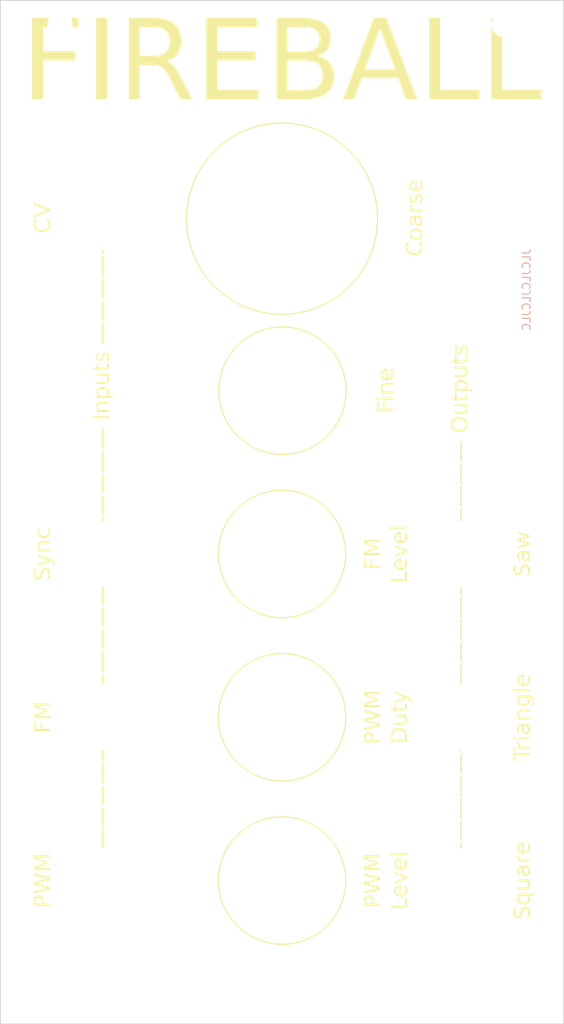
<source format=kicad_pcb>
(kicad_pcb (version 20221018) (generator pcbnew)

  (general
    (thickness 1.6)
  )

  (paper "A4")
  (layers
    (0 "F.Cu" signal)
    (31 "B.Cu" signal)
    (32 "B.Adhes" user "B.Adhesive")
    (33 "F.Adhes" user "F.Adhesive")
    (34 "B.Paste" user)
    (35 "F.Paste" user)
    (36 "B.SilkS" user "B.Silkscreen")
    (37 "F.SilkS" user "F.Silkscreen")
    (38 "B.Mask" user)
    (39 "F.Mask" user)
    (40 "Dwgs.User" user "User.Drawings")
    (41 "Cmts.User" user "User.Comments")
    (42 "Eco1.User" user "User.Eco1")
    (43 "Eco2.User" user "User.Eco2")
    (44 "Edge.Cuts" user)
    (45 "Margin" user)
    (46 "B.CrtYd" user "B.Courtyard")
    (47 "F.CrtYd" user "F.Courtyard")
    (48 "B.Fab" user)
    (49 "F.Fab" user)
    (50 "User.1" user)
    (51 "User.2" user)
    (52 "User.3" user)
    (53 "User.4" user)
    (54 "User.5" user)
    (55 "User.6" user)
    (56 "User.7" user)
    (57 "User.8" user)
    (58 "User.9" user)
  )

  (setup
    (stackup
      (layer "F.SilkS" (type "Top Silk Screen"))
      (layer "F.Paste" (type "Top Solder Paste"))
      (layer "F.Mask" (type "Top Solder Mask") (thickness 0.01))
      (layer "F.Cu" (type "copper") (thickness 0.035))
      (layer "dielectric 1" (type "core") (thickness 1.51) (material "FR4") (epsilon_r 4.5) (loss_tangent 0.02))
      (layer "B.Cu" (type "copper") (thickness 0.035))
      (layer "B.Mask" (type "Bottom Solder Mask") (thickness 0.01))
      (layer "B.Paste" (type "Bottom Solder Paste"))
      (layer "B.SilkS" (type "Bottom Silk Screen"))
      (copper_finish "None")
      (dielectric_constraints no)
    )
    (pad_to_mask_clearance 0)
    (grid_origin 84.5 17.5)
    (pcbplotparams
      (layerselection 0x00010fc_ffffffff)
      (plot_on_all_layers_selection 0x0000000_00000000)
      (disableapertmacros false)
      (usegerberextensions false)
      (usegerberattributes true)
      (usegerberadvancedattributes true)
      (creategerberjobfile true)
      (dashed_line_dash_ratio 12.000000)
      (dashed_line_gap_ratio 3.000000)
      (svgprecision 6)
      (plotframeref false)
      (viasonmask true)
      (mode 1)
      (useauxorigin true)
      (hpglpennumber 1)
      (hpglpenspeed 20)
      (hpglpendiameter 15.000000)
      (dxfpolygonmode true)
      (dxfimperialunits true)
      (dxfusepcbnewfont true)
      (psnegative false)
      (psa4output false)
      (plotreference true)
      (plotvalue true)
      (plotinvisibletext false)
      (sketchpadsonfab false)
      (subtractmaskfromsilk false)
      (outputformat 1)
      (mirror false)
      (drillshape 0)
      (scaleselection 1)
      (outputdirectory "./gerbers")
    )
  )

  (net 0 "")

  (footprint "SynthMages:3.5mm_jack_hole_nonpcb" (layer "F.Cu") (at 120.2 106.9))

  (footprint "SynthMages:3.5mm_jack_hole_nonpcb" (layer "F.Cu") (at 97.7 127.4))

  (footprint "SynthMages:3.5mm_jack_hole_nonpcb" (layer "F.Cu") (at 75.15 127.4))

  (footprint "SynthMages:3.5mm_jack_hole_nonpcb" (layer "F.Cu") (at 75.15 64.7))

  (footprint "SynthMages:3.5mm_jack_hole_nonpcb" (layer "F.Cu") (at 75.15 147.9))

  (footprint "SynthMages:eurorack_rail_hole" (layer "F.Cu") (at 125.8 162.9))

  (footprint "SynthMages:P160_pot_hole_nonpcb" (layer "F.Cu") (at 97.7 64.8))

  (footprint "SynthMages:3.5mm_jack_hole_nonpcb" (layer "F.Cu") (at 120.2 147.9))

  (footprint "SynthMages:3.5mm_jack_hole_nonpcb" (layer "F.Cu") (at 75.15 106.9))

  (footprint "SynthMages:3.5mm_jack_hole_nonpcb" (layer "F.Cu") (at 97.7 106.9))

  (footprint "SynthMages:eurorack_rail_hole" (layer "F.Cu") (at 69.8 40.4))

  (footprint "SynthMages:3.5mm_jack_hole_nonpcb" (layer "F.Cu") (at 97.7 86.4))

  (footprint "SynthMages:eurorack_rail_hole" (layer "F.Cu") (at 69.8 162.9))

  (footprint "SynthMages:3.5mm_jack_hole_nonpcb" (layer "F.Cu") (at 97.7 147.9))

  (footprint "SynthMages:3.5mm_jack_hole_nonpcb" (layer "F.Cu") (at 120.2 127.4))

  (footprint "SynthMages:eurorack_rail_hole" (layer "F.Cu") (at 125.6 40.4))

  (gr_circle (center 97.75 86.4) (end 105.75 86.4)
    (stroke (width 0.15) (type default)) (fill none) (layer "F.SilkS") (tstamp 06e47c1d-c85f-49e7-b50b-37a7c9ff5bf3))
  (gr_circle (center 97.7 147.9) (end 105.7 147.9)
    (stroke (width 0.15) (type default)) (fill none) (layer "F.SilkS") (tstamp 1023864b-b47a-4b42-bcf7-b5483f63071d))
  (gr_circle (center 97.7 64.8) (end 109.7 64.8)
    (stroke (width 0.15) (type default)) (fill none) (layer "F.SilkS") (tstamp 332df5df-e009-400e-b0db-816a30541ca2))
  (gr_circle (center 97.7 106.9) (end 105.7 106.9)
    (stroke (width 0.15) (type default)) (fill none) (layer "F.SilkS") (tstamp 3d71c5b6-b15f-4cf1-be17-aaaa97c18bc9))
  (gr_circle (center 97.7 127.4) (end 105.7 127.4)
    (stroke (width 0.15) (type default)) (fill none) (layer "F.SilkS") (tstamp b63e71fe-94de-4a9c-a418-3924930e3c0a))
  (gr_rect (start 62.3 37.4) (end 133.1 165.9)
    (stroke (width 0.1) (type default)) (fill none) (layer "Edge.Cuts") (tstamp 65721645-1eaf-4908-97e6-dc32bed9d852))
  (gr_text "JLCJLCJLCJLC" (at 129 68.5 90) (layer "B.SilkS") (tstamp 11d0e9c0-31bf-4a7a-86a8-5471622545d3)
    (effects (font (size 1 1) (thickness 0.15)) (justify left bottom mirror))
  )
  (gr_text "FIREBALL" (at 97.65 51.5) (layer "F.SilkS") (tstamp 04eb63c2-b6ff-4930-8fe3-5ff6616293eb)
    (effects (font (face "QuentinEF") (size 10 10) (thickness 0.4)) (justify bottom))
    (render_cache "FIREBALL" 0
      (polygon
        (pts
          (xy 79.097314 42.677878)          (xy 79.093223 42.563909)          (xy 79.083205 42.465105)          (xy 79.067177 42.365271)
          (xy 79.045138 42.264406)          (xy 79.017088 42.162511)          (xy 79.011829 42.145429)          (xy 78.857956 41.700907)
          (xy 78.828332 41.596388)          (xy 78.811051 41.488046)          (xy 78.803151 41.380388)          (xy 78.80178 41.307676)
          (xy 78.804404 41.206401)          (xy 78.81335 41.104365)          (xy 78.828647 41.012142)          (xy 78.858528 40.911048)
          (xy 78.895498 40.817883)          (xy 78.938153 40.7271)          (xy 78.943441 40.716608)          (xy 78.435416 40.211025)
          (xy 78.346878 40.258157)          (xy 78.308409 40.281856)          (xy 78.227909 40.337626)          (xy 78.210712 40.350244)
          (xy 78.083706 40.462595)          (xy 78.000663 40.533426)          (xy 77.900753 40.492859)          (xy 77.804964 40.455421)
          (xy 77.713296 40.421112)          (xy 77.604508 40.382627)          (xy 77.50216 40.349032)          (xy 77.406252 40.320326)
          (xy 77.316783 40.29651)          (xy 77.213429 40.272439)          (xy 77.108528 40.253348)          (xy 77.002082 40.239237)
          (xy 76.894091 40.230107)          (xy 76.784553 40.225957)          (xy 76.747697 40.22568)          (xy 76.647723 40.227588)
          (xy 76.549298 40.233312)          (xy 76.433235 40.245219)          (xy 76.319404 40.262622)          (xy 76.207806 40.285519)
          (xy 76.134648 40.303838)          (xy 76.024853 40.336524)          (xy 75.930734 40.370322)          (xy 75.834229 40.410083)
          (xy 75.73534 40.455807)          (xy 75.634065 40.507494)          (xy 75.530405 40.565144)          (xy 75.509386 40.57739)
          (xy 75.422985 40.523656)          (xy 75.338192 40.471964)          (xy 75.252397 40.421379)          (xy 75.226065 40.40642)
          (xy 75.132632 40.362876)          (xy 75.031641 40.332488)          (xy 74.989149 40.323377)          (xy 74.890879 40.306013)
          (xy 74.840161 40.29651)          (xy 74.742087 40.280432)          (xy 74.678961 40.274528)          (xy 74.57771 40.269269)
          (xy 74.474331 40.267316)          (xy 74.439603 40.267201)          (xy 74.340331 40.267201)          (xy 74.232633 40.267201)
          (xy 74.122304 40.267201)          (xy 74.046372 40.267201)          (xy 73.384473 40.267201)          (xy 73.384473 41.266154)
          (xy 73.948674 41.827913)          (xy 74.046372 41.827913)          (xy 74.102547 41.827913)          (xy 74.204519 41.837072)
          (xy 74.25642 41.864549)          (xy 74.281608 41.959003)          (xy 74.28573 42.062386)          (xy 74.28573 43.840474)
          (xy 74.283132 43.938312)          (xy 74.2689 44.038425)          (xy 74.263748 44.052965)          (xy 74.198785 44.13388)
          (xy 74.144069 44.177529)          (xy 74.061026 44.236147)          (xy 73.974473 44.293697)          (xy 73.906659 44.376322)
          (xy 73.870145 44.477881)          (xy 73.863189 44.556106)          (xy 73.871299 44.661722)          (xy 73.895628 44.758751)
          (xy 73.941123 44.855565)          (xy 73.946232 44.863852)          (xy 74.007648 44.946133)          (xy 74.073849 45.02322)
          (xy 74.14343 45.098411)          (xy 74.22486 45.182016)          (xy 74.28573 45.242428)          (xy 74.28573 47.504117)
          (xy 74.28573 47.692184)          (xy 74.284327 47.790208)          (xy 74.27929 47.891072)          (xy 74.269243 47.990313)
          (xy 74.25642 48.065875)          (xy 74.227336 48.166525)          (xy 74.175744 48.256614)          (xy 74.158723 48.275924)
          (xy 74.075146 48.333347)          (xy 73.974931 48.364882)          (xy 73.938905 48.371179)          (xy 73.839681 48.382771)
          (xy 73.737328 48.389533)          (xy 73.635967 48.392624)          (xy 73.567656 48.393161)          (xy 73.51148 48.393161)
          (xy 73.384473 48.393161)          (xy 73.384473 49.250453)          (xy 73.975541 49.8)          (xy 74.510433 49.8)
          (xy 74.620748 49.797972)          (xy 74.722714 49.79189)          (xy 74.834055 49.779239)          (xy 74.933374 49.760749)
          (xy 75.034052 49.731798)          (xy 75.072192 49.716957)          (xy 75.160732 49.670207)          (xy 75.253246 49.604758)
          (xy 75.335707 49.533775)          (xy 75.406654 49.464127)          (xy 75.479629 49.384939)          (xy 75.509386 49.350593)
          (xy 75.584434 49.422914)          (xy 75.656943 49.489222)          (xy 75.73409 49.553314)          (xy 75.816836 49.607477)
          (xy 75.907905 49.655259)          (xy 75.946581 49.672993)          (xy 76.037561 49.711461)          (xy 76.115109 49.743824)
          (xy 76.213333 49.770671)          (xy 76.268982 49.778018)          (xy 76.371528 49.785803)          (xy 76.473575 49.792214)
          (xy 76.481473 49.792672)          (xy 76.586345 49.797137)          (xy 76.68843 49.799284)          (xy 76.791728 49.799992)
          (xy 76.803873 49.8)          (xy 77.365632 49.8)          (xy 77.365632 48.942707)          (xy 76.803873 48.393161)
          (xy 76.705942 48.389876)          (xy 76.606781 48.373535)          (xy 76.564515 48.351639)          (xy 76.528833 48.253751)
          (xy 76.522994 48.153803)          (xy 76.522994 45.579483)          (xy 78.069051 45.579483)          (xy 77.480426 44.8321)
          (xy 77.9567 44.368039)          (xy 77.563469 43.860013)          (xy 76.522994 43.860013)          (xy 76.522994 42.387229)
          (xy 76.526383 42.282794)          (xy 76.538557 42.174602)          (xy 76.559585 42.078317)          (xy 76.593825 41.984228)
          (xy 76.647427 41.895232)          (xy 76.72984 41.835393)          (xy 76.777007 41.827913)          (xy 76.845395 41.859665)
          (xy 76.81434 41.959127)          (xy 76.787778 42.058961)          (xy 76.774564 42.125889)          (xy 76.765799 42.223634)
          (xy 76.762543 42.32571)          (xy 76.762352 42.360362)          (xy 76.766302 42.465435)          (xy 76.778152 42.569991)
          (xy 76.797901 42.674033)          (xy 76.82555 42.77756)          (xy 76.861099 42.880571)          (xy 76.874704 42.914794)
          (xy 76.919068 43.015229)          (xy 76.967898 43.111371)          (xy 77.021192 43.20322)          (xy 77.078952 43.290775)
          (xy 77.141177 43.374037)          (xy 77.16291 43.400837)          (xy 77.230831 43.4766)          (xy 77.302701 43.546352)
          (xy 77.378521 43.610094)          (xy 77.458292 43.667825)          (xy 77.542011 43.719545)          (xy 77.570796 43.73545)
          (xy 77.673361 43.783986)          (xy 77.77803 43.820601)          (xy 77.884803 43.845294)          (xy 77.993679 43.858067)
          (xy 78.056839 43.860013)          (xy 78.160184 43.853907)          (xy 78.260171 43.835589)          (xy 78.3568 43.805059)
          (xy 78.45007 43.762316)          (xy 78.539371 43.708583)          (xy 78.624093 43.647522)          (xy 78.704235 43.579134)
          (xy 78.779798 43.503419)          (xy 78.85017 43.420224)          (xy 78.9123 43.329396)          (xy 78.959901 43.24366)
          (xy 79.001191 43.152081)          (xy 79.011829 43.124842)          (xy 79.045138 43.028321)          (xy 79.070266 42.931099)
          (xy 79.087212 42.833175)          (xy 79.095978 42.73455)
        )
          (pts
            (xy 78.535555 42.355478)            (xy 78.529354 42.465935)            (xy 78.510749 42.571384)            (xy 78.479742 42.671824)
            (xy 78.436331 42.767256)            (xy 78.380518 42.857678)            (xy 78.312302 42.943091)            (xy 78.281543 42.975854)
            (xy 78.200136 43.050439)            (xy 78.114675 43.112382)            (xy 78.025159 43.161684)            (xy 77.931588 43.198344)
            (xy 77.833963 43.222363)            (xy 77.732282 43.23374)            (xy 77.690475 43.234752)            (xy 77.588007 43.229683)
            (xy 77.491264 43.214478)            (xy 77.382729 43.18285)            (xy 77.282437 43.136625)            (xy 77.190388 43.075803)
            (xy 77.133601 43.027145)            (xy 77.059727 42.943568)            (xy 77.001138 42.850375)            (xy 76.957832 42.747564)
            (xy 76.929811 42.635136)            (xy 76.918136 42.534099)            (xy 76.916225 42.470272)            (xy 76.920549 42.367673)
            (xy 76.933522 42.267178)            (xy 76.955144 42.168787)            (xy 76.985414 42.072499)            (xy 77.006595 42.018422)
            (xy 77.05281 41.922385)            (xy 77.110245 41.824478)            (xy 77.168406 41.73907)            (xy 77.234809 41.652287)
            (xy 77.309456 41.564131)            (xy 77.233168 41.479409)            (xy 77.152072 41.405983)            (xy 77.066167 41.343854)
            (xy 76.975454 41.293021)            (xy 76.879932 41.253484)            (xy 76.779602 41.225244)            (xy 76.674463 41.208299)
            (xy 76.564515 41.202651)            (xy 76.462585 41.208733)            (xy 76.349241 41.232089)            (xy 76.245685 41.272962)
            (xy 76.151919 41.331351)            (xy 76.067942 41.407257)            (xy 76.029624 41.451779)            (xy 75.973333 41.534521)
            (xy 75.926584 41.627042)            (xy 75.889375 41.729343)            (xy 75.861707 41.841423)            (xy 75.846441 41.938128)
            (xy 75.837282 42.041091)            (xy 75.834229 42.150314)            (xy 75.834229 44.189741)            (xy 75.836333 44.287515)
            (xy 75.839114 44.311863)            (xy 75.890405 44.331402)            (xy 76.029624 44.302093)            (xy 76.123504 44.333692)
            (xy 76.149303 44.358269)            (xy 76.194287 44.446592)            (xy 76.198151 44.485275)            (xy 76.178161 44.583402)
            (xy 76.127321 44.656245)            (xy 76.040338 44.711543)            (xy 75.958793 44.724633)            (xy 75.857127 44.707803)
            (xy 75.773245 44.645626)            (xy 75.748744 44.604954)            (xy 75.71912 44.508927)            (xy 75.703321 44.401536)
            (xy 75.696079 44.303162)            (xy 75.692788 44.189503)            (xy 75.692568 44.14822)            (xy 75.692568 42.150314)
            (xy 75.696194 42.027391)            (xy 75.70707 41.911413)            (xy 75.725198 41.802382)            (xy 75.750576 41.700296)
            (xy 75.783205 41.605156)            (xy 75.834189 41.495998)            (xy 75.896502 41.397693)            (xy 75.924599 41.361409)
            (xy 76.001402 41.279085)            (xy 76.086792 41.210713)            (xy 76.180768 41.156295)            (xy 76.283331 41.115831)
            (xy 76.39448 41.089319)            (xy 76.514217 41.076761)            (xy 76.564515 41.075645)            (xy 76.662375 41.079509)
            (xy 76.771552 41.093784)            (xy 76.875353 41.118578)            (xy 76.973777 41.153891)            (xy 77.040789 41.185554)
            (xy 77.135039 41.239467)            (xy 77.217872 41.296654)            (xy 77.302594 41.363973)            (xy 77.389205 41.441425)
            (xy 77.462823 41.513708)            (xy 77.492638 41.544591)            (xy 77.428792 41.620154)            (xy 77.356604 41.709026)
            (xy 77.292884 41.791696)            (xy 77.227597 41.882715)            (xy 77.174502 41.964803)            (xy 77.133601 42.037962)
            (xy 77.094064 42.130469)            (xy 77.065824 42.224808)            (xy 77.047556 42.333128)            (xy 77.043231 42.418981)
            (xy 77.049671 42.530264)            (xy 77.068991 42.633304)            (xy 77.101191 42.728101)            (xy 77.155037 42.828278)
            (xy 77.226413 42.917236)            (xy 77.311231 42.991468)            (xy 77.405398 43.047467)            (xy 77.508915 43.085234)
            (xy 77.605085 43.103094)            (xy 77.690475 43.107745)            (xy 77.798037 43.100103)            (xy 77.899074 43.077177)
            (xy 77.993584 43.038966)            (xy 78.081569 42.985471)            (xy 78.163028 42.916692)            (xy 78.18873 42.890369)
            (xy 78.258454 42.804331)            (xy 78.313752 42.71108)            (xy 78.354625 42.610616)            (xy 78.381072 42.502939)
            (xy 78.393093 42.38805)            (xy 78.393894 42.34815)            (xy 78.389804 42.246453)            (xy 78.377532 42.137977)
            (xy 78.360502 42.039603)            (xy 78.337461 41.936248)            (xy 78.308409 41.827913)            (xy 78.281695 41.727468)
            (xy 78.254926 41.628335)            (xy 78.226931 41.527113)            (xy 78.218039 41.495743)            (xy 78.190457 41.397569)
            (xy 78.164659 41.301398)            (xy 78.161864 41.290579)            (xy 78.141771 41.193206)            (xy 78.132554 41.119609)
            (xy 78.126837 41.017062)            (xy 78.125234 40.915015)            (xy 78.125227 40.907117)            (xy 77.873657 41.173342)
            (xy 77.796592 41.093069)            (xy 77.714995 41.018639)            (xy 77.628866 40.950053)            (xy 77.538205 40.887311)
            (xy 77.443012 40.830412)            (xy 77.343287 40.779357)            (xy 77.302129 40.760572)            (xy 77.199268 40.71765)
            (xy 77.096764 40.682004)            (xy 76.994619 40.653632)            (xy 76.892831 40.632535)            (xy 76.791401 40.618713)
            (xy 76.690329 40.612166)            (xy 76.65 40.611584)            (xy 76.537062 40.615221)            (xy 76.427224 40.626133)
            (xy 76.320487 40.64432)            (xy 76.216851 40.669782)            (xy 76.116315 40.702519)            (xy 76.018881 40.74253)
            (xy 75.980775 40.760572)            (xy 75.882553 40.812211)            (xy 75.777176 40.875538)            (xy 75.687722 40.934614)
            (xy 75.593688 41.00117)            (xy 75.495075 41.075206)            (xy 75.41811 41.135642)            (xy 75.338569 41.200285)
            (xy 75.256452 41.269136)            (xy 75.228507 41.293021)            (xy 75.174201 41.210322)            (xy 75.101274 41.116501)
            (xy 75.022742 41.033294)            (xy 74.938605 40.960701)            (xy 74.848862 40.898722)            (xy 74.753514 40.847357)
            (xy 74.693615 40.821632)            (xy 74.597659 40.788574)            (xy 74.499385 40.766334)            (xy 74.398792 40.754914)
            (xy 74.341905 40.753244)            (xy 74.061026 40.753244)            (xy 73.680007 40.753244)            (xy 73.680007 41.202651)
            (xy 73.770377 41.202651)            (xy 73.836323 41.202651)            (xy 73.94492 41.203725)            (xy 74.043261 41.206945)
            (xy 74.147732 41.213642)            (xy 74.250949 41.225363)            (xy 74.354118 41.246615)            (xy 74.439412 41.294509)
            (xy 74.494967 41.375138)            (xy 74.527482 41.476652)            (xy 74.539742 41.554361)            (xy 74.555928 41.652065)
            (xy 74.560851 41.750125)            (xy 74.559282 41.810816)            (xy 74.55511 41.918362)            (xy 74.552985 42.023956)
            (xy 74.552069 42.131118)            (xy 74.551954 42.189392)            (xy 74.551954 44.101814)            (xy 74.550583 44.205879)
            (xy 74.545316 44.315331)            (xy 74.53418 44.421753)            (xy 74.511962 44.524922)            (xy 74.495778 44.565875)
            (xy 74.430353 44.638619)            (xy 74.33132 44.672851)            (xy 74.25642 44.678227)            (xy 74.158113 44.666015)
            (xy 74.068802 44.609343)            (xy 74.033692 44.517752)            (xy 74.031717 44.482833)            (xy 74.060738 44.384799)
            (xy 74.087893 44.348499)            (xy 74.172061 44.291197)            (xy 74.214899 44.284996)            (xy 74.271075 44.292323)
            (xy 74.329693 44.299651)            (xy 74.371215 44.299651)            (xy 74.423879 44.211723)            (xy 74.42739 44.143335)
            (xy 74.42739 42.230914)            (xy 74.42739 41.893859)            (xy 74.425559 41.787155)            (xy 74.419119 41.680616)
            (xy 74.406525 41.579007)            (xy 74.398081 41.534822)            (xy 74.367787 41.436559)            (xy 74.311795 41.350227)
            (xy 74.293057 41.3321)            (xy 74.205974 41.27482)            (xy 74.113123 41.242133)            (xy 74.068353 41.23196)
            (xy 73.966411 41.216504)            (xy 73.859571 41.207488)            (xy 73.7526 41.203367)            (xy 73.680007 41.202651)
            (xy 73.526134 41.202651)            (xy 73.526134 40.457711)            (xy 73.723971 40.457711)            (xy 73.93402 40.457711)
            (xy 74.041325 40.458226)            (xy 74.141588 40.459771)            (xy 74.249663 40.462877)            (xy 74.348155 40.467385)
            (xy 74.424948 40.472365)            (xy 74.532174 40.483893)            (xy 74.631286 40.501989)            (xy 74.731893 40.5298)
            (xy 74.76933 40.543196)            (xy 74.860301 40.581883)            (xy 74.946979 40.627727)            (xy 75.029363 40.680725)
            (xy 75.045325 40.692184)            (xy 75.127327 40.756297)            (xy 75.205616 40.827052)            (xy 75.278775 40.900324)
            (xy 75.326204 40.951081)            (xy 75.406869 40.894595)            (xy 75.510347 40.82449)            (xy 75.60917 40.760338)
            (xy 75.703338 40.702139)            (xy 75.792849 40.649894)            (xy 75.89819 40.59296)            (xy 75.996257 40.545328)
            (xy 76.051605 40.521214)            (xy 76.160885 40.480542)            (xy 76.272569 40.448284)            (xy 76.386657 40.424442)
            (xy 76.483567 40.411002)            (xy 76.582147 40.403405)            (xy 76.662213 40.401535)            (xy 76.776043 40.405055)
            (xy 76.884893 40.415617)            (xy 76.988763 40.43322)            (xy 77.087653 40.457863)            (xy 77.181562 40.489548)
            (xy 77.211759 40.501674)            (xy 77.307958 40.545266)            (xy 77.397963 40.592218)            (xy 77.496912 40.648831)
            (xy 77.582512 40.701076)            (xy 77.673836 40.759503)            (xy 77.770884 40.824113)            (xy 77.873657 40.894905)
            (xy 77.953274 40.830887)            (xy 78.034669 40.766206)            (xy 78.076379 40.733705)            (xy 78.161773 40.674383)
            (xy 78.25126 40.622508)            (xy 78.266888 40.614026)            (xy 78.252233 40.711723)            (xy 78.252233 40.767899)
            (xy 78.256274 40.874526)            (xy 78.26559 40.975505)            (xy 78.278413 41.075645)            (xy 78.286427 41.129378)
            (xy 78.305967 41.237151)            (xy 78.327949 41.343091)            (xy 78.352373 41.447199)            (xy 78.37924 41.549476)
            (xy 78.407175 41.659071)            (xy 78.432363 41.761624)            (xy 78.454802 41.857136)            (xy 78.480448 41.973533)
            (xy 78.501208 42.077413)            (xy 78.52029 42.18966)            (xy 78.533113 42.298538)
          )
          (pts
            (xy 77.451117 44.052965)            (xy 77.084753 44.49016)            (xy 77.338765 44.954221)            (xy 76.410642 44.954221)
            (xy 76.410642 44.800348)            (xy 77.084753 44.800348)            (xy 76.916225 44.49016)            (xy 77.140928 44.194626)
            (xy 76.115109 44.194626)            (xy 76.115109 44.052965)
          )
          (pts
            (xy 76.676867 49.194277)            (xy 76.381333 49.194277)            (xy 76.255243 49.192522)            (xy 76.13709 49.187255)
            (xy 76.026876 49.178478)            (xy 75.924599 49.166189)            (xy 75.807916 49.145891)            (xy 75.703636 49.120108)
            (xy 75.594871 49.081926)            (xy 75.50743 49.029261)            (xy 75.423901 48.969574)            (xy 75.344894 48.901253)
            (xy 75.264991 48.828982)            (xy 75.186986 48.757083)            (xy 75.118734 48.832526)            (xy 75.046785 48.900098)
            (xy 74.955566 48.970795)            (xy 74.859023 49.030157)            (xy 74.757156 49.078186)            (xy 74.686288 49.103907)
            (xy 74.589187 49.129942)            (xy 74.478014 49.151563)            (xy 74.378943 49.165684)            (xy 74.270865 49.17698)
            (xy 74.153781 49.185452)            (xy 74.027691 49.1911)            (xy 73.927213 49.193483)            (xy 73.821668 49.194277)
            (xy 73.540789 49.194277)            (xy 73.540789 48.505512)            (xy 73.642426 48.50431)            (xy 73.75167 48.499869)
            (xy 73.850863 48.492155)            (xy 73.951918 48.479333)            (xy 73.997523 48.471318)            (xy 74.0998 48.443889)
            (xy 74.194673 48.403248)            (xy 74.271075 48.351639)            (xy 74.335418 48.276878)            (xy 74.3819 48.180822)
            (xy 74.402966 48.104954)            (xy 74.420676 48.005757)            (xy 74.431553 47.905579)            (xy 74.437849 47.794105)
            (xy 74.439603 47.687299)            (xy 74.439603 45.086113)            (xy 74.566609 45.015282)            (xy 74.566609 47.631123)
            (xy 74.565388 47.739887)            (xy 74.561724 47.840256)            (xy 74.55371 47.95391)            (xy 74.541879 48.054445)
            (xy 74.522645 48.157772)            (xy 74.49326 48.254443)            (xy 74.488451 48.266154)            (xy 74.440366 48.352403)
            (xy 74.371825 48.427965)            (xy 74.282829 48.492842)            (xy 74.188178 48.540844)            (xy 74.173378 48.547034)
            (xy 74.07278 48.583365)            (xy 73.968825 48.609316)            (xy 73.86151 48.624886)            (xy 73.750838 48.630076)
            (xy 73.680007 48.630076)            (xy 73.680007 49.052616)            (xy 73.848535 49.052616)            (xy 73.990196 49.052616)
            (xy 74.106135 49.051204)            (xy 74.214594 49.046968)            (xy 74.315573 49.039908)            (xy 74.431278 49.027112)
            (xy 74.535296 49.009903)            (xy 74.64469 48.983427)            (xy 74.70827 48.962247)            (xy 74.798029 48.920315)
            (xy 74.887788 48.86413)            (xy 74.977547 48.79369)            (xy 75.052347 48.724103)            (xy 75.127146 48.644616)
            (xy 75.186986 48.5739)            (xy 75.253084 48.652058)            (xy 75.319051 48.725388)            (xy 75.393182 48.799119)
            (xy 75.409247 48.813258)            (xy 75.489189 48.87243)            (xy 75.579415 48.925992)            (xy 75.607083 48.940265)
            (xy 75.705544 48.978618)            (xy 75.806485 49.004808)            (xy 75.912015 49.023892)            (xy 75.924599 49.02575)
            (xy 76.028402 49.037504)            (xy 76.134648 49.0459)            (xy 76.243336 49.050937)            (xy 76.354467 49.052616)
            (xy 76.522994 49.052616)            (xy 76.522994 48.630076)            (xy 76.412582 48.624032)            (xy 76.303855 48.615407)
            (xy 76.203799 48.603515)            (xy 76.134648 48.590997)            (xy 76.041037 48.555494)            (xy 75.954681 48.496611)
            (xy 75.917272 48.461549)            (xy 75.844543 48.396032)            (xy 75.797593 48.34187)            (xy 75.749057 48.254405)
            (xy 75.726762 48.180669)            (xy 75.711128 48.079955)            (xy 75.701918 47.97791)            (xy 75.699896 47.943754)
            (xy 75.696032 47.845675)            (xy 75.693778 47.74109)            (xy 75.692747 47.635149)            (xy 75.692568 47.562735)
            (xy 75.692568 45.015282)            (xy 75.819575 45.086113)            (xy 75.819575 47.716608)            (xy 75.819575 47.926657)
            (xy 75.825242 48.036795)            (xy 75.842243 48.134569)            (xy 75.876404 48.23301)            (xy 75.934335 48.324906)
            (xy 75.980775 48.371179)            (xy 76.075114 48.42995)            (xy 76.1802 48.4676)            (xy 76.287018 48.489639)
            (xy 76.38784 48.50079)            (xy 76.499395 48.505381)            (xy 76.522994 48.505512)            (xy 76.676867 48.505512)
          )
      )
      (polygon
        (pts
          (xy 83.378891 49.8)          (xy 83.378891 48.93538)          (xy 82.802478 48.393161)          (xy 82.699891 48.389986)
          (xy 82.60279 48.375424)          (xy 82.577774 48.366294)          (xy 82.522476 48.283213)          (xy 82.521598 48.266154)
          (xy 82.521598 48.136706)          (xy 82.521598 45.621004)          (xy 82.532611 45.518608)          (xy 82.570678 45.425682)
          (xy 82.643958 45.348807)          (xy 82.660817 45.337683)          (xy 82.744432 45.281316)          (xy 82.802478 45.225331)
          (xy 82.830384 45.131295)          (xy 82.831787 45.095882)          (xy 82.821826 44.998567)          (xy 82.791945 44.89713)
          (xy 82.760956 44.827215)          (xy 82.707147 44.733334)          (xy 82.65036 44.652734)          (xy 82.581362 44.567249)
          (xy 82.521598 44.49993)          (xy 82.521598 42.240683)          (xy 82.526505 42.138438)          (xy 82.553388 42.040595)
          (xy 82.56312 42.028192)          (xy 82.660492 41.992643)          (xy 82.767172 41.984615)          (xy 82.802478 41.984228)
          (xy 83.378891 41.984228)          (xy 83.378891 41.007257)          (xy 82.802478 40.421074)          (xy 82.436113 40.421074)
          (xy 82.21141 40.421074)          (xy 82.169889 40.421074)          (xy 82.064134 40.422827)          (xy 81.956439 40.429124)
          (xy 81.852068 40.441682)          (xy 81.774215 40.457711)          (xy 81.673308 40.490454)          (xy 81.583019 40.530983)
          (xy 81.496923 40.57739)          (xy 81.451815 40.604256)          (xy 81.359308 40.564872)          (xy 81.258329 40.52587)
          (xy 81.164829 40.494347)          (xy 81.067132 40.46748)          (xy 81.021947 40.457711)          (xy 80.922113 40.441682)
          (xy 80.815223 40.431414)          (xy 80.709092 40.425403)          (xy 80.610417 40.422362)          (xy 80.50244 40.42111)
          (xy 80.479728 40.421074)          (xy 79.383078 40.421074)          (xy 79.383078 41.439567)          (xy 79.947279 41.984228)
          (xy 80.059631 41.984228)          (xy 80.086497 41.984228)          (xy 80.188478 41.989838)          (xy 80.255025 42.013538)
          (xy 80.282502 42.11154)          (xy 80.284334 42.169853)          (xy 80.284334 44.030983)          (xy 80.281243 44.133451)
          (xy 80.265014 44.231768)          (xy 80.262352 44.23859)          (xy 80.182627 44.301499)          (xy 80.142673 44.314305)
          (xy 80.101152 44.343614)          (xy 80.002844 44.389715)          (xy 79.925822 44.467124)          (xy 79.887201 44.558639)
          (xy 79.876448 44.656245)          (xy 79.883952 44.758806)          (xy 79.909254 44.859499)          (xy 79.939952 44.927355)
          (xy 79.999195 45.014698)          (xy 80.061858 45.090909)          (xy 80.130213 45.16636)          (xy 80.198849 45.237543)
          (xy 80.284334 45.323028)          (xy 80.284334 47.73859)          (xy 80.281591 47.856084)          (xy 80.273362 47.959744)
          (xy 80.256246 48.065875)          (xy 80.226293 48.164517)          (xy 80.171982 48.2515)          (xy 80.102058 48.324162)
          (xy 80.009501 48.368813)          (xy 79.9888 48.373621)          (xy 79.884718 48.384746)          (xy 79.775305 48.389936)
          (xy 79.674612 48.392226)          (xy 79.557948 48.393142)          (xy 79.536951 48.393161)          (xy 79.383078 48.393161)
          (xy 79.383078 49.25778)          (xy 79.9888 49.8)          (xy 80.648256 49.8)          (xy 80.755131 49.796822)
          (xy 80.854107 49.787291)          (xy 80.959594 49.768141)          (xy 81.054329 49.740341)          (xy 81.126972 49.70963)
          (xy 81.221158 49.653148)          (xy 81.307828 49.587198)          (xy 81.38528 49.51839)          (xy 81.465651 49.438248)
          (xy 81.534857 49.362805)          (xy 81.610484 49.436307)          (xy 81.684997 49.503473)          (xy 81.766888 49.567969)
          (xy 81.852375 49.618356)          (xy 81.949176 49.66272)          (xy 82.013573 49.687648)          (xy 82.109858 49.724971)
          (xy 82.208204 49.752677)          (xy 82.274913 49.765806)          (xy 82.372572 49.779773)          (xy 82.471393 49.793354)
          (xy 82.521598 49.8)          (xy 82.900175 49.8)
        )
          (pts
            (xy 82.660817 41.358967)            (xy 82.338416 41.358967)            (xy 82.237284 41.374423)            (xy 82.182101 41.380949)
            (xy 82.086388 41.404304)            (xy 82.057537 41.417585)            (xy 81.973316 41.475295)            (xy 81.915952 41.555697)
            (xy 81.901222 41.586113)            (xy 81.865158 41.688389)            (xy 81.845923 41.792192)            (xy 81.836106 41.899049)
            (xy 81.8329 42.002547)            (xy 81.832834 42.020865)            (xy 81.832834 44.243475)            (xy 81.835517 44.342686)
            (xy 81.845046 44.407117)            (xy 81.901222 44.441311)            (xy 81.915876 44.441311)            (xy 82.028228 44.426657)
            (xy 82.124828 44.444546)            (xy 82.19692 44.521289)            (xy 82.21141 44.609839)            (xy 82.19142 44.70606)
            (xy 82.14058 44.778367)            (xy 82.058956 44.833634)            (xy 81.972052 44.849197)            (xy 81.869356 44.832367)
            (xy 81.786783 44.776151)            (xy 81.754676 44.729518)            (xy 81.721188 44.634922)            (xy 81.703328 44.530737)
            (xy 81.694211 44.418788)            (xy 81.691235 44.307391)            (xy 81.691173 44.287438)            (xy 81.691173 42.091695)
            (xy 81.692902 41.981679)            (xy 81.69809 41.880606)            (xy 81.70888 41.771127)            (xy 81.724651 41.674527)
            (xy 81.749345 41.578105)            (xy 81.762003 41.542149)            (xy 81.810539 41.446644)            (xy 81.876463 41.366208)
            (xy 81.959775 41.300842)            (xy 82.013573 41.271039)            (xy 82.107607 41.243562)            (xy 82.189428 41.229518)
            (xy 82.291476 41.219567)            (xy 82.392627 41.211689)            (xy 82.490534 41.20476)            (xy 82.521598 41.202651)
            (xy 82.521598 40.733705)            (xy 82.296895 40.733705)            (xy 82.197786 40.735537)            (xy 82.081949 40.742979)
            (xy 81.975057 40.756145)            (xy 81.87711 40.775035)            (xy 81.771379 40.805261)            (xy 81.678529 40.843729)
            (xy 81.664306 40.850942)            (xy 81.579012 40.903664)            (xy 81.491657 40.973903)            (xy 81.417287 41.045816)
            (xy 81.341486 41.129894)            (xy 81.279814 41.205914)            (xy 81.217227 41.28972)            (xy 81.18559 41.334542)
            (xy 81.132582 41.246844)            (xy 81.066643 41.148169)            (xy 81.001063 41.061658)            (xy 80.93584 40.987312)
            (xy 80.858045 40.914154)            (xy 80.767935 40.850942)            (xy 80.666739 40.805261)            (xy 80.560092 40.775035)
            (xy 80.457183 40.756145)            (xy 80.341514 40.742979)            (xy 80.239791 40.736567)            (xy 80.1299 40.73382)
            (xy 80.101152 40.733705)            (xy 79.6664 40.733705)            (xy 79.6664 41.202651)            (xy 79.847139 41.202651)
            (xy 79.948462 41.205552)            (xy 80.062986 41.217334)            (xy 80.164035 41.238181)            (xy 80.267504 41.275161)
            (xy 80.351567 41.325192)            (xy 80.416225 41.388276)            (xy 80.474278 41.483845)            (xy 80.512689 41.59032)
            (xy 80.536696 41.696365)            (xy 80.553428 41.818153)            (xy 80.561576 41.926917)            (xy 80.565068 42.045757)
            (xy 80.565213 42.077041)            (xy 80.565213 44.272784)            (xy 80.562981 44.386815)            (xy 80.556283 44.487107)
            (xy 80.542826 44.58675)            (xy 80.516594 44.687386)            (xy 80.50171 44.722191)            (xy 80.439314 44.799585)
            (xy 80.347379 44.841259)            (xy 80.269679 44.849197)            (xy 80.173459 44.831275)            (xy 80.101152 44.785694)
            (xy 80.042011 44.702534)            (xy 80.030321 44.636706)            (xy 80.049641 44.533666)            (xy 80.12383 44.460393)
            (xy 80.228158 44.441311)            (xy 80.34051 44.468178)            (xy 80.413973 44.402347)            (xy 80.425995 44.299651)
            (xy 80.425995 42.10635)            (xy 80.424964 41.991317)            (xy 80.421873 41.889851)            (xy 80.415662 41.788622)
            (xy 80.403555 41.685603)            (xy 80.396686 41.649616)            (xy 80.360748 41.55095)            (xy 80.296594 41.473246)
            (xy 80.257467 41.444452)            (xy 80.169082 41.392359)            (xy 80.072453 41.36431)            (xy 80.003455 41.358967)
            (xy 79.902122 41.358967)            (xy 79.869121 41.358967)            (xy 79.769592 41.358967)            (xy 79.667478 41.358967)
            (xy 79.651745 41.358967)            (xy 79.524739 41.358967)            (xy 79.524739 40.57739)            (xy 80.186637 40.57739)
            (xy 80.292372 40.57894)            (xy 80.408235 40.584893)            (xy 80.512076 40.595312)            (xy 80.618031 40.61311)
            (xy 80.719086 40.640893)            (xy 80.814188 40.680887)            (xy 80.903163 40.729407)            (xy 80.997513 40.790549)
            (xy 81.082665 40.853002)            (xy 81.141626 40.89979)            (xy 81.239323 40.985275)            (xy 81.314302 40.914113)
            (xy 81.389638 40.850226)            (xy 81.480513 40.783164)            (xy 81.571904 40.726578)            (xy 81.66381 40.680468)
            (xy 81.725367 40.655547)            (xy 81.824056 40.624006)            (xy 81.93511 40.59899)            (xy 82.037101 40.583128)
            (xy 82.147678 40.571799)            (xy 82.266842 40.565001)            (xy 82.368355 40.562826)            (xy 82.394592 40.562735)
            (xy 82.492609 40.562735)            (xy 82.506944 40.562735)            (xy 82.609147 40.570306)            (xy 82.660817 40.57739)
          )
          (pts
            (xy 82.690126 49.174738)            (xy 82.588748 49.174738)            (xy 82.536253 49.174738)            (xy 82.435293 49.174738)
            (xy 82.409247 49.174738)            (xy 82.303001 49.172906)            (xy 82.196755 49.167411)            (xy 82.09051 49.158251)
            (xy 81.984264 49.145429)            (xy 81.885346 49.129095)            (xy 81.78866 49.106705)            (xy 81.691478 49.073568)
            (xy 81.661864 49.059944)            (xy 81.567296 49.019405)            (xy 81.480208 48.970452)            (xy 81.4567 48.954919)
            (xy 81.377931 48.892523)            (xy 81.304429 48.826341)            (xy 81.228714 48.753564)            (xy 81.197802 48.722889)
            (xy 81.121438 48.807753)            (xy 81.038892 48.882829)            (xy 80.950163 48.948117)            (xy 80.855252 49.003615)
            (xy 80.754158 49.049325)            (xy 80.719086 49.062386)            (xy 80.62511 49.090531)            (xy 80.518731 49.113906)
            (xy 80.399949 49.132511)            (xy 80.295993 49.143959)            (xy 80.184099 49.152355)            (xy 80.064267 49.157698)
            (xy 79.936498 49.159988)            (xy 79.903315 49.160083)            (xy 79.551605 49.160083)            (xy 79.551605 48.473761)
            (xy 79.63709 48.473761)            (xy 79.741325 48.47155)            (xy 79.868351 48.461723)            (xy 79.981714 48.444034)
            (xy 80.081414 48.418484)            (xy 80.186828 48.375491)            (xy 80.270893 48.320215)            (xy 80.343594 48.237668)
            (xy 80.352722 48.222191)            (xy 80.393928 48.126688)            (xy 80.42044 48.030589)            (xy 80.423552 48.012142)
            (xy 80.432482 47.913452)            (xy 80.436475 47.806076)            (xy 80.437978 47.702793)            (xy 80.438207 47.636008)
            (xy 80.438207 45.076343)            (xy 80.579868 45.005512)            (xy 80.579868 47.633565)            (xy 80.578794 47.746027)
            (xy 80.575574 47.846801)            (xy 80.568877 47.952302)            (xy 80.557156 48.054116)            (xy 80.535904 48.15136)
            (xy 80.497546 48.243898)            (xy 80.439562 48.330087)            (xy 80.369819 48.40293)            (xy 80.28685 48.471388)
            (xy 80.197313 48.520138)            (xy 80.101207 48.549183)            (xy 80.044976 48.556803)            (xy 79.945943 48.581991)
            (xy 79.891103 48.586113)            (xy 79.793215 48.590883)            (xy 79.707921 48.598325)            (xy 79.707921 49.003768)
            (xy 79.808206 49.014286)            (xy 79.876448 49.018422)            (xy 79.977408 49.018422)            (xy 80.003455 49.018422)
            (xy 80.119356 49.01701)            (xy 80.2277 49.012774)            (xy 80.328488 49.005714)            (xy 80.443848 48.992918)
            (xy 80.547401 48.975709)            (xy 80.656079 48.949233)            (xy 80.719086 48.928053)            (xy 80.808845 48.886121)
            (xy 80.898605 48.829936)            (xy 80.988364 48.759496)            (xy 81.063163 48.689909)            (xy 81.137963 48.610422)
            (xy 81.197802 48.539706)            (xy 81.270922 48.617864)            (xy 81.34114 48.691194)            (xy 81.414928 48.764925)
            (xy 81.429833 48.779064)            (xy 81.507399 48.839028)            (xy 81.593552 48.886111)            (xy 81.605688 48.891416)
            (xy 81.700508 48.935206)            (xy 81.799732 48.966499)            (xy 81.899638 48.98773)            (xy 81.923203 48.991556)
            (xy 82.024106 49.00331)            (xy 82.121663 49.01084)            (xy 82.227868 49.015799)            (xy 82.325784 49.018003)
            (xy 82.394592 49.018422)            (xy 82.548465 49.018422)            (xy 82.548465 48.610537)            (xy 82.465423 48.610537)
            (xy 82.35911 48.605631)            (xy 82.255107 48.590912)            (xy 82.162561 48.569016)            (xy 82.069026 48.537006)
            (xy 81.97709 48.490247)            (xy 81.930531 48.456664)            (xy 81.859755 48.387477)            (xy 81.804049 48.306311)
            (xy 81.763413 48.213168)            (xy 81.747349 48.156245)            (xy 81.729183 48.045725)            (xy 81.718965 47.9428)
            (xy 81.71268 47.84391)            (xy 81.708422 47.733094)            (xy 81.706192 47.610353)            (xy 81.705827 47.530983)
            (xy 81.705827 45.005512)            (xy 81.847488 45.076343)            (xy 81.847488 47.701953)            (xy 81.849663 47.809344)
            (xy 81.856189 47.908033)            (xy 81.870465 48.019159)            (xy 81.891538 48.116689)            (xy 81.925799 48.215779)
            (xy 81.978141 48.306641)            (xy 81.986707 48.317445)            (xy 82.061422 48.383112)            (xy 82.161617 48.43265)
            (xy 82.267777 48.462274)            (xy 82.370542 48.477909)            (xy 82.486307 48.485315)            (xy 82.536253 48.485973)
            (xy 82.690126 48.485973)
          )
      )
      (polygon
        (pts
          (xy 90.276309 49.643684)          (xy 90.276309 48.700907)          (xy 89.797593 48.209979)          (xy 89.699588 48.186826)
          (xy 89.648605 48.153803)          (xy 89.619219 48.05706)          (xy 89.614411 47.955966)          (xy 89.614411 47.816748)
          (xy 89.614411 46.832449)          (xy 89.613037 46.722387)          (xy 89.609581 46.619822)          (xy 89.604021 46.511413)
          (xy 89.597581 46.41384)          (xy 89.592429 46.346406)          (xy 89.584758 46.248031)          (xy 89.574941 46.143896)
          (xy 89.562576 46.03891)          (xy 89.547206 45.938682)          (xy 89.54358 45.918981)          (xy 89.518405 45.813305)
          (xy 89.487147 45.708464)          (xy 89.449807 45.604458)          (xy 89.406384 45.501287)          (xy 89.35688 45.398951)
          (xy 89.301293 45.297449)          (xy 89.277356 45.257083)          (xy 89.216431 45.16345)          (xy 89.15761 45.079167)
          (xy 89.092962 44.994293)          (xy 89.023517 44.913406)          (xy 89.016016 44.905373)          (xy 88.93807 44.828522)
          (xy 88.862753 44.76127)          (xy 88.77458 44.687472)          (xy 88.688771 44.619008)          (xy 88.642324 44.582972)
          (xy 88.732899 44.518465)          (xy 88.81961 44.451339)          (xy 88.902457 44.381594)          (xy 88.98144 44.309229)
          (xy 89.056559 44.234246)          (xy 89.127814 44.156644)          (xy 89.195205 44.076424)          (xy 89.258732 43.993584)
          (xy 89.318395 43.908125)          (xy 89.374194 43.820047)          (xy 89.409247 43.759874)          (xy 89.45857 43.668204)
          (xy 89.503042 43.575461)          (xy 89.542662 43.481645)          (xy 89.577431 43.386755)          (xy 89.607348 43.290792)
          (xy 89.632414 43.193755)          (xy 89.652628 43.095645)          (xy 89.667991 42.996462)          (xy 89.678503 42.896206)
          (xy 89.684163 42.794876)          (xy 89.685241 42.726727)          (xy 89.682274 42.616293)          (xy 89.673372 42.506641)
          (xy 89.658537 42.397772)          (xy 89.637766 42.289685)          (xy 89.611062 42.18238)          (xy 89.578423 42.075858)
          (xy 89.53985 41.970118)          (xy 89.495342 41.86516)          (xy 89.4449 41.760985)          (xy 89.388524 41.657592)
          (xy 89.326214 41.554981)          (xy 89.257969 41.453153)          (xy 89.18379 41.352107)          (xy 89.103676 41.251843)
          (xy 89.017628 41.152362)          (xy 88.925646 41.053663)          (xy 88.848609 40.971439)          (xy 88.770456 40.893293)
          (xy 88.691187 40.819226)          (xy 88.610802 40.749237)          (xy 88.5293 40.683328)          (xy 88.446682 40.621496)
          (xy 88.362948 40.563744)          (xy 88.278097 40.51007)          (xy 88.19213 40.460475)          (xy 88.105047 40.414959)
          (xy 88.046372 40.38688)          (xy 87.928181 40.33536)          (xy 87.809303 40.29071)          (xy 87.689739 40.252928)
          (xy 87.569487 40.222016)          (xy 87.448549 40.197974)          (xy 87.326924 40.1808)          (xy 87.204612 40.170496)
          (xy 87.081612 40.167062)          (xy 86.955324 40.170539)          (xy 86.82925 40.180972)          (xy 86.703391 40.19836)
          (xy 86.577747 40.222703)          (xy 86.452317 40.254002)          (xy 86.327102 40.292255)          (xy 86.202102 40.337464)
          (xy 86.077316 40.389628)          (xy 85.952745 40.448747)          (xy 85.828389 40.514821)          (xy 85.745604 40.562735)
          (xy 85.654681 40.522759)          (xy 85.559426 40.486123)          (xy 85.491591 40.465038)          (xy 85.392549 40.442197)
          (xy 85.295708 40.428187)          (xy 85.225367 40.421074)          (xy 85.113168 40.421074)          (xy 85.005226 40.421074)
          (xy 84.905449 40.421074)          (xy 84.798975 40.421074)          (xy 84.705129 40.421074)          (xy 84.591814 40.421074)
          (xy 84.49358 40.421074)          (xy 84.391888 40.421074)          (xy 84.286737 40.421074)          (xy 84.178128 40.421074)
          (xy 84.06606 40.421074)          (xy 84.043231 40.421074)          (xy 83.662213 40.421074)          (xy 83.662213 41.42247)
          (xy 84.226413 41.972016)          (xy 84.35342 41.972016)          (xy 84.455391 41.981175)          (xy 84.512178 42.008653)
          (xy 84.553487 42.098183)          (xy 84.563469 42.155198)          (xy 84.563469 42.311514)          (xy 84.563469 44.004117)
          (xy 84.559347 44.102005)          (xy 84.534159 44.187299)          (xy 84.451377 44.241061)          (xy 84.394941 44.270341)
          (xy 84.308616 44.317768)          (xy 84.230478 44.38417)          (xy 84.170944 44.474654)          (xy 84.143161 44.580709)
          (xy 84.140928 44.624494)          (xy 84.155783 44.737294)          (xy 84.190858 44.834311)          (xy 84.246564 44.934071)
          (xy 84.305983 45.015855)          (xy 84.378607 45.099393)          (xy 84.464436 45.184687)          (xy 84.537472 45.24981)
          (xy 84.563469 45.271737)          (xy 84.563469 47.543196)          (xy 84.56115 47.652354)          (xy 84.554195 47.757261)
          (xy 84.542603 47.857918)          (xy 84.534159 47.912002)          (xy 84.513957 48.016032)          (xy 84.483236 48.114206)
          (xy 84.465771 48.148918)          (xy 84.397741 48.228886)          (xy 84.30875 48.28225)          (xy 84.260607 48.297906)
          (xy 84.160907 48.315938)          (xy 84.058477 48.325555)          (xy 83.952322 48.330464)          (xy 83.849054 48.332067)
          (xy 83.83074 48.3321)          (xy 83.662213 48.3321)          (xy 83.662213 49.221144)          (xy 84.226413 49.8)
          (xy 84.817481 49.8)          (xy 84.924647 49.796541)          (xy 85.026328 49.786165)          (xy 85.122522 49.768873)
          (xy 85.230714 49.738991)          (xy 85.331007 49.699149)          (xy 85.408549 49.658339)          (xy 85.490621 49.603866)
          (xy 85.547767 49.560642)          (xy 85.620496 49.495125)          (xy 85.692727 49.420691)          (xy 85.745604 49.362805)
          (xy 85.819029 49.434704)          (xy 85.89324 49.500628)          (xy 85.971872 49.559687)          (xy 85.997174 49.575296)
          (xy 86.087134 49.621645)          (xy 86.181768 49.662384)          (xy 86.209665 49.672993)          (xy 86.300663 49.709551)
          (xy 86.400547 49.73954)          (xy 86.496794 49.760682)          (xy 86.573587 49.773133)          (xy 86.680596 49.784887)
          (xy 86.789132 49.793283)          (xy 86.899193 49.79832)          (xy 87.010782 49.8)          (xy 87.504152 49.8)
          (xy 87.518807 49.406769)          (xy 87.982868 49.8)          (xy 88.065911 49.8)          (xy 88.122087 49.8)
          (xy 88.225737 49.795611)          (xy 88.325419 49.782445)          (xy 88.421132 49.760501)          (xy 88.535191 49.720728)
          (xy 88.643049 49.66724)          (xy 88.744706 49.600038)          (xy 88.821566 49.536401)          (xy 88.840161 49.51912)
          (xy 88.926948 49.583067)          (xy 89.014203 49.638131)          (xy 89.101925 49.684313)          (xy 89.202752 49.726216)
          (xy 89.240719 49.738939)          (xy 89.33679 49.762731)          (xy 89.445482 49.78068)          (xy 89.548694 49.791413)
          (xy 89.661179 49.797853)          (xy 89.762001 49.79994)          (xy 89.782938 49.8)          (xy 89.888382 49.795534)
          (xy 89.986223 49.779039)          (xy 90.019854 49.768248)          (xy 90.111016 49.728778)          (xy 90.2056 49.681368)
        )
          (pts
            (xy 87.347837 42.741381)            (xy 87.34685 42.872006)            (xy 87.343887 42.994602)            (xy 87.33895 43.109169)
            (xy 87.332038 43.215708)            (xy 87.32315 43.314219)            (xy 87.308229 43.433077)            (xy 87.289796 43.537663)
            (xy 87.261818 43.648324)            (xy 87.235485 43.720795)            (xy 87.185969 43.80878)            (xy 87.109533 43.888421)
            (xy 87.012995 43.943285)            (xy 86.914249 43.970591)            (xy 86.800733 43.979692)            (xy 86.800733 42.333496)
            (xy 86.805771 42.215)            (xy 86.820883 42.112303)            (xy 86.853942 42.006151)            (xy 86.914392 41.911354)
            (xy 86.997511 41.852106)            (xy 87.103298 41.828407)            (xy 87.123134 41.827913)            (xy 87.221709 41.850582)
            (xy 87.290514 41.926302)            (xy 87.311201 41.989113)            (xy 87.327229 42.09658)            (xy 87.336245 42.212443)
            (xy 87.341791 42.332084)            (xy 87.344939 42.442909)            (xy 87.346943 42.567167)            (xy 87.347694 42.669177)
          )
          (pts
            (xy 87.658025 42.680321)            (xy 87.657532 42.795969)            (xy 87.656051 42.905692)            (xy 87.653582 43.00949)
            (xy 87.650126 43.107364)            (xy 87.643982 43.228646)            (xy 87.636082 43.339395)            (xy 87.626427 43.43961)
            (xy 87.611889 43.550068)            (xy 87.60185 43.608443)            (xy 87.577864 43.714374)            (xy 87.54804 43.810516)
            (xy 87.505865 43.91031)            (xy 87.455743 43.99678)            (xy 87.406455 44.060293)            (xy 87.325407 44.126458)
            (xy 87.236556 44.179072)            (xy 87.144927 44.220327)            (xy 87.081612 44.243475)            (xy 86.974756 44.273394)
            (xy 86.878252 44.292562)            (xy 86.778942 44.305184)            (xy 86.676828 44.311262)            (xy 86.632206 44.311863)
            (xy 86.519854 44.311863)            (xy 86.519854 44.128681)            (xy 86.617871 44.142977)            (xy 86.632206 44.143335)
            (xy 86.715248 44.143335)            (xy 86.820463 44.138832)            (xy 86.917512 44.125322)            (xy 87.027338 44.09577)
            (xy 87.124403 44.052145)            (xy 87.208707 43.994447)            (xy 87.28025 43.922677)            (xy 87.328298 43.855129)
            (xy 87.378959 43.753556)            (xy 87.413306 43.655725)            (xy 87.442157 43.543163)            (xy 87.465513 43.415871)
            (xy 87.479423 43.310734)            (xy 87.490242 43.197312)            (xy 87.49797 43.075603)            (xy 87.502607 42.945608)
            (xy 87.504152 42.807327)            (xy 87.503571 42.695366)            (xy 87.501825 42.587852)            (xy 87.498915 42.484783)
            (xy 87.494841 42.386161)            (xy 87.486547 42.246563)            (xy 87.475635 42.116969)            (xy 87.462104 41.997378)
            (xy 87.445954 41.887791)            (xy 87.427185 41.788207)            (xy 87.398086 41.670989)            (xy 87.364331 41.571556)
            (xy 87.355164 41.549476)            (xy 87.303644 41.449561)            (xy 87.240676 41.36658)            (xy 87.166258 41.300534)
            (xy 87.080391 41.251424)            (xy 86.983076 41.219247)            (xy 86.874311 41.204006)            (xy 86.8276 41.202651)
            (xy 86.69709 41.211431)            (xy 86.579417 41.237771)            (xy 86.474581 41.28167)            (xy 86.382582 41.343129)
            (xy 86.30342 41.422148)            (xy 86.237095 41.518726)            (xy 86.183607 41.632865)            (xy 86.142957 41.764562)
            (xy 86.122988 41.862117)            (xy 86.108724 41.967475)            (xy 86.100166 42.080638)            (xy 86.097314 42.201605)
            (xy 86.097314 44.255687)            (xy 86.102916 44.358405)            (xy 86.133905 44.45137)            (xy 86.168144 44.468178)
            (xy 86.280496 44.453524)            (xy 86.383536 44.469981)            (xy 86.460434 44.540585)            (xy 86.47589 44.622051)
            (xy 86.451084 44.717459)            (xy 86.412387 44.763712)            (xy 86.32652 44.816758)            (xy 86.265841 44.8321)
            (xy 86.236532 44.846755)            (xy 86.134866 44.826147)            (xy 86.055735 44.75731)            (xy 86.026483 44.700209)
            (xy 85.999328 44.594765)            (xy 85.984351 44.482833)            (xy 85.975793 44.366054)            (xy 85.971679 44.254046)
            (xy 85.970362 44.154822)            (xy 85.970307 44.128681)            (xy 85.970307 42.047732)            (xy 85.973933 41.931449)
            (xy 85.984809 41.82196)            (xy 86.002937 41.719263)            (xy 86.028315 41.62336)            (xy 86.070235 41.513033)
            (xy 86.123484 41.41332)            (xy 86.188063 41.324222)            (xy 86.202338 41.307676)            (xy 86.279499 41.232387)
            (xy 86.365962 41.16986)            (xy 86.461727 41.120093)            (xy 86.566794 41.083087)            (xy 86.681164 41.058841)
            (xy 86.779357 41.048633)            (xy 86.856909 41.046336)            (xy 86.958546 41.05093)            (xy 87.082576 41.071347)
            (xy 87.193477 41.108098)            (xy 87.291251 41.161182)            (xy 87.375896 41.230601)            (xy 87.447414 41.316353)
            (xy 87.505803 41.418439)            (xy 87.551064 41.536858)            (xy 87.560328 41.569016)            (xy 87.59208 41.675109)
            (xy 87.616504 41.780896)            (xy 87.633601 41.886379)            (xy 87.643371 41.991556)            (xy 87.649081 42.096308)
            (xy 87.652859 42.206561)            (xy 87.655221 42.312869)            (xy 87.656866 42.432295)            (xy 87.657668 42.537281)
            (xy 87.658011 42.650663)
          )
          (pts
            (xy 89.629065 49.145429)            (xy 89.5317 49.154638)            (xy 89.431486 49.164405)            (xy 89.401919 49.167411)
            (xy 89.304031 49.173707)            (xy 89.233392 49.174738)            (xy 89.132832 49.173307)            (xy 89.033237 49.168427)
            (xy 88.945185 49.160083)            (xy 88.843271 49.143521)            (xy 88.746967 49.119478)            (xy 88.720482 49.111235)
            (xy 88.62952 49.0731)            (xy 88.540429 49.022811)            (xy 88.515318 49.00621)            (xy 88.436206 48.947248)
            (xy 88.353428 48.882942)            (xy 88.278402 48.823028)            (xy 88.197366 48.89741)            (xy 88.122173 48.963325)
            (xy 88.039655 49.031245)            (xy 87.95402 49.095075)            (xy 87.870176 49.147702)            (xy 87.860747 49.152756)
            (xy 87.761523 49.195403)            (xy 87.65917 49.223181)            (xy 87.55781 49.239438)            (xy 87.489498 49.245568)
            (xy 87.489498 46.01912)            (xy 87.488782 45.915078)            (xy 87.486035 45.799674)            (xy 87.481226 45.694573)
            (xy 87.473012 45.584979)            (xy 87.460189 45.476901)            (xy 87.440439 45.371586)            (xy 87.407619 45.27179)
            (xy 87.358294 45.182951)            (xy 87.347837 45.169155)            (xy 87.274221 45.098859)            (xy 87.186825 45.052524)
            (xy 87.101152 45.027494)            (xy 87.002169 45.009784)            (xy 86.900236 44.998908)            (xy 86.800275 44.993148)
            (xy 86.690263 44.990894)            (xy 86.673727 44.990858)            (xy 86.615109 44.998185)            (xy 86.519854 45.005512)
            (xy 86.519854 44.861409)            (xy 86.617551 44.861409)            (xy 86.715248 44.861409)            (xy 86.822123 44.862955)
            (xy 86.921099 44.867592)            (xy 87.026586 44.876908)            (xy 87.133977 44.892708)            (xy 87.193964 44.905373)
            (xy 87.289662 44.935104)            (xy 87.378773 44.983094)            (xy 87.455857 45.054065)            (xy 87.467516 45.069016)
            (xy 87.519799 45.155121)            (xy 87.557065 45.249338)            (xy 87.582406 45.346386)            (xy 87.594522 45.413398)
            (xy 87.608798 45.516114)            (xy 87.618243 45.614574)            (xy 87.625112 45.722651)            (xy 87.629406 45.840346)
            (xy 87.631016 45.945771)            (xy 87.631159 45.989811)            (xy 87.631159 49.089253)            (xy 87.728045 49.053666)
            (xy 87.816466 49.00777)            (xy 87.906046 48.948737)            (xy 87.946232 48.918283)            (xy 88.028359 48.849132)
            (xy 88.10072 48.781361)            (xy 88.17355 48.706812)            (xy 88.246846 48.625485)            (xy 88.278402 48.588555)
            (xy 88.347728 48.660361)            (xy 88.428557 48.736611)            (xy 88.50681 48.802041)            (xy 88.594849 48.864702)
            (xy 88.691173 48.918283)            (xy 88.795739 48.955683)            (xy 88.902512 48.979642)            (xy 89.00538 48.993667)
            (xy 89.118724 49.001681)            (xy 89.22118 49.003768)            (xy 89.319196 49.003768)            (xy 89.333531 49.003768)
            (xy 89.435734 48.996197)            (xy 89.487404 48.989113)            (xy 89.487404 48.588555)            (xy 89.445883 48.588555)
            (xy 89.337417 48.585931)            (xy 89.223157 48.575856)            (xy 89.126242 48.558225)            (xy 89.024004 48.522962)
            (xy 88.95984 48.481088)            (xy 88.900828 48.399772)            (xy 88.866417 48.307676)            (xy 88.844922 48.208643)
            (xy 88.830811 48.091063)            (xy 88.825506 48.002372)            (xy 88.813294 47.530983)            (xy 88.79864 47.218353)
            (xy 88.79864 46.104605)            (xy 88.795978 45.960922)            (xy 88.787992 45.824795)            (xy 88.774683 45.696224)
            (xy 88.75605 45.575209)            (xy 88.732093 45.46175)            (xy 88.702812 45.355848)            (xy 88.668208 45.257502)
            (xy 88.62828 45.166713)            (xy 88.566762 45.057414)            (xy 88.495778 44.961549)            (xy 88.412698 44.87572)
            (xy 88.314886 44.796532)            (xy 88.23186 44.741499)            (xy 88.140548 44.690201)            (xy 88.04095 44.642638)
            (xy 87.933066 44.59881)            (xy 87.816895 44.558717)            (xy 87.692439 44.52236)            (xy 87.559696 44.489738)
            (xy 87.418667 44.460851)            (xy 87.578971 44.387511)            (xy 87.728932 44.306711)            (xy 87.868551 44.218449)
            (xy 87.997828 44.122727)            (xy 88.116763 44.019544)            (xy 88.225356 43.9089)            (xy 88.323606 43.790795)
            (xy 88.411515 43.66523)            (xy 88.489081 43.532203)            (xy 88.556305 43.391716)            (xy 88.613187 43.243768)
            (xy 88.659726 43.088359)            (xy 88.695924 42.925489)            (xy 88.721779 42.755158)            (xy 88.737293 42.577366)
            (xy 88.742464 42.392114)            (xy 88.740594 42.28438)            (xy 88.734984 42.179165)            (xy 88.725634 42.076468)
            (xy 88.712544 41.97629)            (xy 88.695714 41.878632)            (xy 88.663457 41.736866)            (xy 88.622785 41.600767)
            (xy 88.573698 41.470336)            (xy 88.516196 41.345572)            (xy 88.450279 41.226474)            (xy 88.375947 41.113045)
            (xy 88.2932 41.005282)            (xy 88.263748 40.970621)            (xy 88.17152 40.872411)            (xy 88.074355 40.783861)
            (xy 87.972252 40.704971)            (xy 87.865212 40.635741)            (xy 87.753235 40.576171)            (xy 87.63632 40.526261)
            (xy 87.514468 40.486011)            (xy 87.387679 40.455421)            (xy 87.255953 40.434491)            (xy 87.119289 40.423221)
            (xy 87.025437 40.421074)            (xy 86.910261 40.425005)            (xy 86.796764 40.436797)            (xy 86.684947 40.456451)
            (xy 86.574808 40.483967)            (xy 86.466349 40.519344)            (xy 86.359569 40.562582)            (xy 86.254469 40.613683)
            (xy 86.151047 40.672644)            (xy 86.051289 40.738094)            (xy 85.955958 40.809878)            (xy 85.865054 40.887998)
            (xy 85.778577 40.972452)            (xy 85.696526 41.063242)            (xy 85.618903 41.160367)            (xy 85.545706 41.263826)
            (xy 85.476937 41.373621)            (xy 85.428367 41.279387)            (xy 85.37429 41.184285)            (xy 85.315279 41.093353)
            (xy 85.264446 41.026796)            (xy 85.19295 40.951155)            (xy 85.112796 40.88879)            (xy 85.032415 40.843614)
            (xy 84.935679 40.805151)            (xy 84.837219 40.7792)            (xy 84.740039 40.763186)            (xy 84.717342 40.760572)
            (xy 84.607733 40.749946)            (xy 84.499274 40.74342)            (xy 84.395857 40.739964)            (xy 84.284493 40.738611)
            (xy 84.267935 40.73859)            (xy 84.168358 40.741745)            (xy 84.126274 40.745917)            (xy 84.023091 40.750225)
            (xy 83.945534 40.750802)            (xy 83.945534 41.202651)            (xy 84.114062 41.202651)            (xy 84.221452 41.205742)
            (xy 84.31892 41.215016)            (xy 84.426802 41.235302)            (xy 84.535796 41.272396)            (xy 84.622464 41.323401)
            (xy 84.69536 41.400488)            (xy 84.741012 41.489131)            (xy 84.771841 41.586482)            (xy 84.79611 41.705181)
            (xy 84.810803 41.81551)            (xy 84.821297 41.939501)            (xy 84.826414 42.041461)            (xy 84.829169 42.151105)
            (xy 84.829693 42.228471)            (xy 84.829693 44.282554)            (xy 84.827718 44.387454)            (xy 84.820422 44.494861)
            (xy 84.8055 44.597863)            (xy 84.776974 44.696991)            (xy 84.773517 44.705094)            (xy 84.711751 44.787325)
            (xy 84.617736 44.827635)            (xy 84.563469 44.8321)            (xy 84.461497 44.816224)            (xy 84.380286 44.768597)
            (xy 84.321146 44.685437)            (xy 84.309456 44.619609)            (xy 84.328776 44.516569)            (xy 84.402965 44.443296)
            (xy 84.507293 44.424214)            (xy 84.541487 44.431542)            (xy 84.60499 44.436427)            (xy 84.634299 44.436427)
            (xy 84.690475 44.353384)            (xy 84.690475 42.482484)            (xy 84.690475 42.145429)            (xy 84.689423 42.033029)
            (xy 84.686267 41.930915)            (xy 84.680085 41.826806)            (xy 84.669845 41.725741)            (xy 84.668493 41.715561)
            (xy 84.646743 41.613971)            (xy 84.607874 41.524212)            (xy 84.568353 41.471318)            (xy 84.488078 41.407271)
            (xy 84.396945 41.36949)            (xy 84.34365 41.356524)            (xy 84.241803 41.341068)            (xy 84.132602 41.332052)
            (xy 84.021586 41.327931)            (xy 83.945534 41.327215)            (xy 83.789219 41.327215)            (xy 83.789219 40.57739)
            (xy 84.309456 40.57739)            (xy 84.420904 40.578091)            (xy 84.5223 40.580195)            (xy 84.625875 40.584316)
            (xy 84.726703 40.591143)            (xy 84.736881 40.592044)            (xy 84.83558 40.603827)            (xy 84.935884 40.622849)
            (xy 85.02753 40.64822)            (xy 85.120724 40.685543)            (xy 85.209796 40.735232)            (xy 85.266888 40.775226)
            (xy 85.349036 40.840635)            (xy 85.423547 40.904026)            (xy 85.504626 40.976304)            (xy 85.533113 41.002372)
            (xy 85.627795 40.917078)            (xy 85.721332 40.838271)            (xy 85.813725 40.765953)            (xy 85.904972 40.700122)
            (xy 85.995075 40.640778)            (xy 86.084033 40.587923)            (xy 86.171846 40.541555)            (xy 86.258514 40.501674)
            (xy 86.368399 40.458753)            (xy 86.482817 40.423106)            (xy 86.601766 40.394735)            (xy 86.700188 40.377275)
            (xy 86.801511 40.364471)            (xy 86.905734 40.356324)            (xy 87.012857 40.352832)            (xy 87.040091 40.352686)
            (xy 87.144104 40.3549)            (xy 87.245484 40.36154)            (xy 87.344231 40.372607)            (xy 87.487413 40.397509)
            (xy 87.624671 40.43237)            (xy 87.756004 40.477193)            (xy 87.881412 40.531976)            (xy 88.000896 40.596719)
            (xy 88.114454 40.671423)            (xy 88.222088 40.756088)            (xy 88.323797 40.850713)            (xy 88.388312 40.91933)
            (xy 88.479101 41.028688)            (xy 88.560961 41.144272)            (xy 88.63389 41.26608)            (xy 88.697889 41.394115)
            (xy 88.752959 41.528374)            (xy 88.78471 41.621339)            (xy 88.812493 41.717071)            (xy 88.836306 41.81557)
            (xy 88.856151 41.916835)            (xy 88.872027 42.020867)            (xy 88.883934 42.127666)            (xy 88.891872 42.237232)
            (xy 88.895841 42.349565)            (xy 88.896337 42.406769)            (xy 88.894297 42.542516)            (xy 88.888179 42.673155)
            (xy 88.877983 42.798685)            (xy 88.863707 42.919106)            (xy 88.845353 43.034418)            (xy 88.822921 43.14462)
            (xy 88.796409 43.249714)            (xy 88.765819 43.349699)            (xy 88.731151 43.444574)            (xy 88.692403 43.53434)
            (xy 88.664306 43.591346)            (xy 88.600917 43.702324)            (xy 88.546313 43.784556)            (xy 88.485656 43.865929)
            (xy 88.418945 43.946443)            (xy 88.34618 44.026099)            (xy 88.267361 44.104896)            (xy 88.182489 44.182834)
            (xy 88.091564 44.259913)            (xy 87.994584 44.336134)            (xy 87.891552 44.411497)            (xy 87.855862 44.436427)
            (xy 87.96737 44.469807)            (xy 88.072914 44.507362)            (xy 88.172495 44.549091)            (xy 88.266114 44.594994)
            (xy 88.353769 44.645071)            (xy 88.435462 44.699322)            (xy 88.466469 44.722191)            (xy 88.553824 44.792859)
            (xy 88.630875 44.867477)            (xy 88.697622 44.946045)            (xy 88.754065 45.028563)            (xy 88.800204 45.115031)
            (xy 88.813294 45.144731)            (xy 88.849058 45.243864)            (xy 88.876306 45.350796)            (xy 88.896642 45.458888)
            (xy 88.911468 45.562329)            (xy 88.915876 45.599023)            (xy 88.928327 45.711279)            (xy 88.938201 45.824566)
            (xy 88.9455 45.938883)            (xy 88.950223 46.05423)            (xy 88.952369 46.170608)            (xy 88.952513 46.20963)
            (xy 88.952513 47.074249)            (xy 88.953092 47.172416)            (xy 88.954581 47.276868)            (xy 88.956634 47.381537)
            (xy 88.958953 47.481114)            (xy 88.95984 47.516329)            (xy 88.963275 47.622575)            (xy 88.968083 47.72882)
            (xy 88.974265 47.835066)            (xy 88.981822 47.941311)            (xy 88.990752 48.047557)            (xy 88.994034 48.082972)
            (xy 89.000216 48.186127)            (xy 89.030141 48.28405)            (xy 89.037998 48.295464)            (xy 89.091617 48.380376)
            (xy 89.143022 48.410258)            (xy 89.238835 48.429542)            (xy 89.337748 48.43618)            (xy 89.401919 48.437124)
            (xy 89.445883 48.437124)            (xy 89.629065 48.437124)
          )
          (pts
            (xy 87.32097 48.715561)            (xy 87.208619 48.632519)            (xy 87.025437 48.490858)            (xy 86.947856 48.431448)
            (xy 86.883776 48.373621)            (xy 86.826989 48.291189)            (xy 86.800733 48.2515)            (xy 86.800733 45.916538)
            (xy 86.806572 45.814872)            (xy 86.834834 45.717881)            (xy 86.842254 45.706489)            (xy 86.928693 45.658213)
            (xy 87.010782 45.650314)            (xy 87.113583 45.657231)            (xy 87.21228 45.686905)            (xy 87.257467 45.721144)
            (xy 87.303048 45.813701)            (xy 87.318738 45.917731)            (xy 87.32097 45.987369)            (xy 87.32097 46.141242)
          )
          (pts
            (xy 86.759212 49.174738)            (xy 86.505199 49.174738)            (xy 86.386906 49.172651)            (xy 86.277796 49.16639)
            (xy 86.177869 49.155954)            (xy 86.070077 49.137922)            (xy 85.961034 49.109288)            (xy 85.906804 49.089253)
            (xy 85.814958 49.043204)            (xy 85.731209 48.989967)            (xy 85.642824 48.924022)            (xy 85.565628 48.859359)
            (xy 85.485211 48.785872)            (xy 85.435416 48.737543)            (xy 85.358565 48.822666)            (xy 85.276391 48.898514)
            (xy 85.188892 48.96509)            (xy 85.096071 49.022391)            (xy 84.997925 49.070419)            (xy 84.964027 49.084368)
            (xy 84.854232 49.12006)            (xy 84.751717 49.144162)            (xy 84.639184 49.163136)            (xy 84.541945 49.174623)
            (xy 84.438294 49.182828)            (xy 84.328232 49.187751)            (xy 84.211759 49.189392)            (xy 84.11035 49.189392)
            (xy 84.043231 49.189392)            (xy 83.944313 49.185729)            (xy 83.84372 49.17896)            (xy 83.789219 49.174738)
            (xy 83.789219 48.483531)            (xy 83.93088 48.483531)            (xy 84.038614 48.480897)            (xy 84.137112 48.472998)
            (xy 84.247248 48.455717)            (xy 84.342954 48.430207)            (xy 84.438752 48.388734)            (xy 84.524254 48.325371)
            (xy 84.534159 48.315003)            (xy 84.595068 48.22713)            (xy 84.635368 48.1293)            (xy 84.660555 48.031901)
            (xy 84.67811 47.920071)            (xy 84.686659 47.820218)            (xy 84.690322 47.711129)            (xy 84.690475 47.682414)
            (xy 84.690475 45.066573)            (xy 84.829693 44.995743)            (xy 84.829693 47.584717)            (xy 84.829693 47.794766)
            (xy 84.826488 47.900095)            (xy 84.816871 47.997487)            (xy 84.795833 48.108064)            (xy 84.764778 48.206239)
            (xy 84.714289 48.307676)            (xy 84.649373 48.391253)            (xy 84.624529 48.415143)            (xy 84.538892 48.477081)
            (xy 84.43402 48.527342)            (xy 84.331934 48.560305)            (xy 84.216491 48.585158)            (xy 84.11452 48.599202)
            (xy 84.004 48.608056)            (xy 83.945534 48.610537)            (xy 83.945534 49.033077)            (xy 84.25328 49.033077)
            (xy 84.362999 49.031436)            (xy 84.466229 49.026513)            (xy 84.586145 49.015744)            (xy 84.695923 48.999847)
            (xy 84.795564 48.978821)            (xy 84.901752 48.946822)            (xy 84.949372 48.928053)            (xy 85.041622 48.8824)
            (xy 85.133356 48.824211)            (xy 85.224575 48.753486)            (xy 85.300197 48.684971)            (xy 85.375462 48.607751)
            (xy 85.435416 48.539706)            (xy 85.510215 48.623891)            (xy 85.585014 48.699371)            (xy 85.659814 48.766144)
            (xy 85.749573 48.83478)            (xy 85.839332 48.890879)            (xy 85.914132 48.928053)            (xy 86.007841 48.963744)
            (xy 86.10945 48.992052)            (xy 86.218958 49.012975)            (xy 86.31625 49.024769)            (xy 86.419027 49.031436)
            (xy 86.505199 49.033077)            (xy 86.644418 49.033077)            (xy 86.644418 48.610537)            (xy 86.536118 48.602201)
            (xy 86.438672 48.586351)            (xy 86.336061 48.557414)            (xy 86.2361 48.50998)            (xy 86.157411 48.44782)
            (xy 86.138835 48.427355)            (xy 86.076009 48.343921)            (xy 86.027972 48.252378)            (xy 85.994722 48.152725)
            (xy 85.989847 48.131821)            (xy 85.974887 48.029086)            (xy 85.966472 47.927792)            (xy 85.961296 47.827507)
            (xy 85.95779 47.712792)            (xy 85.956187 47.61063)            (xy 85.955653 47.499232)            (xy 85.955653 44.995743)
            (xy 86.097314 45.066573)            (xy 86.097314 47.596929)            (xy 86.097314 47.892463)            (xy 86.103131 47.998093)
            (xy 86.128987 48.122771)            (xy 86.175526 48.228979)            (xy 86.24275 48.316716)            (xy 86.330659 48.385981)
            (xy 86.439251 48.436776)            (xy 86.53427 48.462751)            (xy 86.640923 48.478336)            (xy 86.759212 48.483531)
          )
      )
      (polygon
        (pts
          (xy 96.416574 47.692184)          (xy 96.412367 47.582045)          (xy 96.399744 47.473281)          (xy 96.378707 47.365891)
          (xy 96.349255 47.259874)          (xy 96.311387 47.155231)          (xy 96.296895 47.120655)          (xy 96.248838 47.019648)
          (xy 96.194427 46.92362)          (xy 96.133663 46.832573)          (xy 96.066543 46.746506)          (xy 95.99307 46.665419)
          (xy 95.967167 46.639497)          (xy 95.886338 46.565308)          (xy 95.801387 46.496615)          (xy 95.712315 46.433417)
          (xy 95.619121 46.375715)          (xy 95.521806 46.323508)          (xy 95.488451 46.307327)          (xy 95.387586 46.264164)
          (xy 95.284661 46.229932)          (xy 95.179675 46.20463)          (xy 95.072628 46.188258)          (xy 94.96352 46.180817)
          (xy 94.926693 46.180321)          (xy 94.819722 46.184862)          (xy 94.717407 46.198486)          (xy 94.619748 46.221193)
          (xy 94.526745 46.252983)          (xy 94.417038 46.305493)          (xy 94.314607 46.372194)          (xy 94.237899 46.435774)
          (xy 94.201291 46.470969)          (xy 94.133743 46.545578)          (xy 94.075201 46.6253)          (xy 94.025665 46.710137)
          (xy 93.985136 46.800087)          (xy 93.953614 46.895151)          (xy 93.931098 46.995328)          (xy 93.917588 47.10062)
          (xy 93.913085 47.211025)          (xy 93.916369 47.310802)          (xy 93.927723 47.410789)          (xy 93.949578 47.507551)
          (xy 93.954606 47.523656)          (xy 93.994248 47.615438)          (xy 94.043478 47.706724)          (xy 94.099327 47.799622)
          (xy 94.156686 47.888923)          (xy 94.167097 47.904675)          (xy 94.223273 47.99016)          (xy 94.146031 48.063361)
          (xy 94.06879 48.128482)          (xy 93.99857 48.180669)          (xy 93.914137 48.231273)          (xy 93.819855 48.258751)
          (xy 93.815388 48.258827)          (xy 93.724226 48.212137)          (xy 93.692846 48.11855)          (xy 93.688381 48.046336)
          (xy 93.688381 47.904675)          (xy 93.688381 45.472016)          (xy 95.234439 45.472016)          (xy 94.658025 44.766154)
          (xy 95.109875 44.341172)          (xy 94.74351 43.860013)          (xy 93.688381 43.860013)          (xy 93.688381 42.77069)
          (xy 93.690614 42.658076)          (xy 93.697312 42.556539)          (xy 93.713187 42.438387)          (xy 93.737001 42.339926)
          (xy 93.777931 42.244543)          (xy 93.843418 42.170697)          (xy 93.942394 42.140544)          (xy 94.025437 42.167411)
          (xy 93.991722 42.259844)          (xy 93.963004 42.358285)          (xy 93.954606 42.399441)          (xy 93.944731 42.501794)
          (xy 93.942394 42.589951)          (xy 93.94777 42.698727)          (xy 93.963899 42.804932)          (xy 93.99078 42.908566)
          (xy 94.028413 43.009629)          (xy 94.054746 43.066224)          (xy 94.106938 43.162311)          (xy 94.165208 43.253957)
          (xy 94.229556 43.341162)          (xy 94.299981 43.423925)          (xy 94.342952 43.469225)          (xy 94.422927 43.543841)
          (xy 94.50898 43.611678)          (xy 94.60111 43.672736)          (xy 94.699318 43.727016)          (xy 94.758165 43.754989)
          (xy 94.863469 43.795912)          (xy 94.969941 43.826783)          (xy 95.077582 43.847603)          (xy 95.186391 43.858372)
          (xy 95.249093 43.860013)          (xy 95.353354 43.854518)          (xy 95.453647 43.838032)          (xy 95.54997 43.810554)
          (xy 95.642324 43.772086)          (xy 95.731625 43.723543)          (xy 95.816347 43.668283)          (xy 95.896489 43.606306)
          (xy 95.972052 43.537613)          (xy 96.042424 43.460982)          (xy 96.104554 43.377634)          (xy 96.15844 43.287569)
          (xy 96.204083 43.190788)          (xy 96.241482 43.090343)          (xy 96.268196 42.989288)          (xy 96.284225 42.887622)
          (xy 96.289568 42.785345)          (xy 96.284731 42.685346)          (xy 96.270219 42.587766)          (xy 96.260259 42.543545)
          (xy 96.236011 42.447081)          (xy 96.206926 42.348198)          (xy 96.191871 42.301744)          (xy 96.037998 41.842568)
          (xy 96.012967 41.745438)          (xy 95.999229 41.640108)          (xy 95.994206 41.531444)          (xy 95.994034 41.505512)
          (xy 95.996352 41.399446)          (xy 96.004366 41.29383)          (xy 96.019794 41.192529)          (xy 96.023343 41.175785)
          (xy 96.054942 41.074004)          (xy 96.100804 40.978895)          (xy 96.150349 40.89979)          (xy 95.615457 40.379553)
          (xy 95.532405 40.437274)          (xy 95.447226 40.497724)          (xy 95.388312 40.540753)          (xy 95.307234 40.605668)
          (xy 95.231724 40.669792)          (xy 95.178263 40.716608)          (xy 95.088938 40.670252)          (xy 94.996512 40.627354)
          (xy 94.900985 40.587915)          (xy 94.802358 40.551935)          (xy 94.70063 40.519413)          (xy 94.595801 40.490349)
          (xy 94.553001 40.479692)          (xy 94.446276 40.455065)          (xy 94.34134 40.434612)          (xy 94.238193 40.418334)
          (xy 94.136834 40.406229)          (xy 94.037265 40.398298)          (xy 93.939484 40.394541)          (xy 93.900873 40.394207)
          (xy 93.789919 40.397041)          (xy 93.678707 40.405542)          (xy 93.567238 40.41971)          (xy 93.455511 40.439545)
          (xy 93.343527 40.465047)          (xy 93.231285 40.496217)          (xy 93.118785 40.533054)          (xy 93.006028 40.575558)
          (xy 92.893013 40.623729)          (xy 92.779741 40.677567)          (xy 92.704083 40.716608)          (xy 92.619337 40.660959)
          (xy 92.529273 40.612874)          (xy 92.43761 40.571637)          (xy 92.415876 40.562735)          (xy 92.317344 40.526371)
          (xy 92.219585 40.496961)          (xy 92.122599 40.474507)          (xy 92.069051 40.465038)          (xy 91.966775 40.448866)
          (xy 91.862971 40.43902)          (xy 91.756115 40.432659)          (xy 91.652617 40.428881)          (xy 91.634299 40.428401)
          (xy 91.516519 40.425911)          (xy 91.407742 40.42423)          (xy 91.289306 40.422906)          (xy 91.187602 40.422105)
          (xy 91.079715 40.421532)          (xy 90.965646 40.421189)          (xy 90.845395 40.421074)          (xy 90.549861 40.421074)
          (xy 90.549861 41.407815)          (xy 91.128716 41.969574)          (xy 91.228343 41.983871)          (xy 91.25328 41.984228)
          (xy 91.356664 41.991241)          (xy 91.429135 42.020865)          (xy 91.462194 42.117522)          (xy 91.465771 42.194277)
          (xy 91.465771 44.004117)          (xy 91.459331 44.106012)          (xy 91.436462 44.179972)          (xy 91.359989 44.246406)
          (xy 91.309456 44.270341)          (xy 91.216462 44.323192)          (xy 91.13009 44.378343)          (xy 91.070098 44.426657)
          (xy 91.023193 44.517475)          (xy 91.013922 44.607397)          (xy 91.024178 44.704855)          (xy 91.054947 44.801837)
          (xy 91.100178 44.888712)          (xy 91.118947 44.917585)          (xy 91.180923 44.998948)          (xy 91.248677 45.077404)
          (xy 91.316798 45.150047)          (xy 91.394192 45.227671)          (xy 91.465771 45.296161)          (xy 91.465771 47.499232)
          (xy 91.464999 47.600354)          (xy 91.462144 47.707695)          (xy 91.456305 47.816344)          (xy 91.446451 47.920694)
          (xy 91.44379 47.941311)          (xy 91.42343 48.04319)          (xy 91.385419 48.133922)          (xy 91.346092 48.187997)
          (xy 91.264147 48.248972)          (xy 91.172327 48.282631)          (xy 91.118947 48.293021)          (xy 91.01543 48.303325)
          (xy 90.915443 48.308821)          (xy 90.815432 48.311626)          (xy 90.703734 48.312561)          (xy 90.549861 48.312561)
          (xy 90.549861 49.19672)          (xy 91.126274 49.8)          (xy 91.646511 49.8)          (xy 91.751412 49.799313)
          (xy 91.858819 49.796775)          (xy 91.961821 49.791585)          (xy 92.060949 49.781662)          (xy 92.069051 49.78046)
          (xy 92.168084 49.757104)          (xy 92.265502 49.723626)          (xy 92.349931 49.687648)          (xy 92.441262 49.649893)
          (xy 92.533571 49.607506)          (xy 92.581961 49.582623)          (xy 92.674704 49.530035)          (xy 92.759219 49.478515)
          (xy 92.848291 49.422339)          (xy 92.87261 49.406769)          (xy 92.955996 49.468058)          (xy 93.037627 49.526142)
          (xy 93.137196 49.594239)          (xy 93.234023 49.657327)          (xy 93.328106 49.715407)          (xy 93.419447 49.768477)
          (xy 93.490545 49.807327)          (xy 93.579393 49.850248)          (xy 93.670388 49.885895)          (xy 93.782415 49.919068)
          (xy 93.878132 49.93871)          (xy 93.975996 49.951077)          (xy 94.076007 49.956169)          (xy 94.096267 49.956315)
          (xy 94.198019 49.953691)          (xy 94.301681 49.944744)          (xy 94.396686 49.929448)          (xy 94.497436 49.904261)
          (xy 94.58979 49.869103)          (xy 94.665353 49.831751)          (xy 94.751935 49.78357)          (xy 94.843765 49.730619)
          (xy 94.930898 49.678885)          (xy 94.960887 49.660781)          (xy 95.046372 49.607353)          (xy 95.129185 49.555094)
          (xy 95.219479 49.497692)          (xy 95.302827 49.444397)          (xy 95.361445 49.406769)          (xy 95.410293 49.377459)
          (xy 95.473797 49.335938)          (xy 95.550261 49.400295)          (xy 95.636771 49.466971)          (xy 95.722104 49.528184)
          (xy 95.791312 49.575296)          (xy 95.873608 49.629459)          (xy 95.965085 49.687924)          (xy 96.053814 49.742726)
          (xy 96.139795 49.793865)          (xy 96.150349 49.8)          (xy 96.138113 49.701749)          (xy 96.135695 49.658339)
          (xy 96.135695 49.560031)          (xy 96.135695 49.545987)          (xy 96.13698 49.436493)          (xy 96.140837 49.330271)
          (xy 96.147265 49.227322)          (xy 96.156265 49.127645)          (xy 96.162561 49.072156)          (xy 96.177979 48.96362)
          (xy 96.194924 48.857833)          (xy 96.213394 48.754793)          (xy 96.233392 48.654501)          (xy 96.345744 48.187997)
          (xy 96.369815 48.075311)          (xy 96.388906 47.971727)          (xy 96.404884 47.862383)          (xy 96.414845 47.752589)
        )
          (pts
            (xy 95.713155 42.401884)            (xy 95.706953 42.508406)            (xy 95.688349 42.609681)            (xy 95.657341 42.705708)
            (xy 95.613931 42.796489)            (xy 95.558118 42.882021)            (xy 95.489901 42.962307)            (xy 95.459142 42.992951)
            (xy 95.378439 43.062611)            (xy 95.293563 43.120463)            (xy 95.204512 43.166509)            (xy 95.111287 43.200749)
            (xy 95.013888 43.223181)            (xy 94.912315 43.233807)            (xy 94.870517 43.234752)            (xy 94.771448 43.229504)
            (xy 94.65902 43.209354)            (xy 94.553633 43.174092)            (xy 94.455287 43.123717)            (xy 94.363982 43.058229)
            (xy 94.32097 43.019818)            (xy 94.244606 42.935955)            (xy 94.184042 42.845566)            (xy 94.139277 42.748651)
            (xy 94.110311 42.645211)            (xy 94.097145 42.535244)            (xy 94.096267 42.497138)            (xy 94.100591 42.399048)
            (xy 94.116124 42.290092)            (xy 94.142952 42.184496)            (xy 94.181077 42.082257)            (xy 94.186637 42.069713)
            (xy 94.233553 41.979403)            (xy 94.293092 41.883717)            (xy 94.354172 41.797421)            (xy 94.424526 41.707175)
            (xy 94.490237 41.628953)            (xy 94.504152 41.612979)            (xy 94.430994 41.547062)            (xy 94.348247 41.479492)
            (xy 94.268305 41.421974)            (xy 94.180378 41.368546)            (xy 94.137788 41.346755)            (xy 94.039707 41.307793)
            (xy 93.935057 41.281582)            (xy 93.83652 41.268988)            (xy 93.759212 41.266154)            (xy 93.620845 41.274977)
            (xy 93.496088 41.301446)            (xy 93.384941 41.34556)            (xy 93.287403 41.407319)            (xy 93.203476 41.486724)
            (xy 93.133158 41.583775)            (xy 93.07645 41.698471)            (xy 93.033353 41.830813)            (xy 93.012182 41.928844)
            (xy 92.99706 42.034718)            (xy 92.987986 42.148434)            (xy 92.984962 42.269993)            (xy 92.984962 44.07739)
            (xy 92.984962 44.189741)            (xy 93.019404 44.283551)            (xy 93.082659 44.302093)            (xy 93.195011 44.289881)
            (xy 93.288892 44.325601)            (xy 93.31469 44.353384)            (xy 93.357766 44.444045)            (xy 93.363538 44.49993)
            (xy 93.343548 44.59615)            (xy 93.292708 44.668457)            (xy 93.211085 44.723724)            (xy 93.12418 44.739288)
            (xy 93.020446 44.718367)            (xy 92.942191 44.655606)            (xy 92.895394 44.568509)            (xy 92.870695 44.472445)
            (xy 92.858996 44.355035)            (xy 92.857956 44.302093)            (xy 92.857956 44.07739)            (xy 92.857956 42.216259)
            (xy 92.861476 42.086419)            (xy 92.872038 41.964956)            (xy 92.88964 41.85187)            (xy 92.914284 41.74716)
            (xy 92.945969 41.650827)            (xy 93.006698 41.522035)            (xy 93.08327 41.41209)            (xy 93.175684 41.320992)
            (xy 93.28394 41.248743)            (xy 93.408039 41.195341)            (xy 93.54798 41.160787)            (xy 93.650075 41.148221)
            (xy 93.759212 41.144033)            (xy 93.871711 41.14824)            (xy 93.976264 41.160863)            (xy 94.072868 41.1819)
            (xy 94.173542 41.216247)            (xy 94.208619 41.23196)            (xy 94.306316 41.288747)            (xy 94.387603 41.348167)
            (xy 94.475759 41.422012)            (xy 94.55447 41.494569)            (xy 94.637952 41.577144)            (xy 94.67268 41.612979)
            (xy 94.594549 41.698488)            (xy 94.524102 41.783739)            (xy 94.461341 41.868733)            (xy 94.406265 41.953469)
            (xy 94.344784 42.06605)            (xy 94.296966 42.178172)            (xy 94.26281 42.289837)            (xy 94.242317 42.401044)
            (xy 94.235485 42.511793)            (xy 94.2439 42.619183)            (xy 94.269145 42.719094)            (xy 94.31122 42.811525)
            (xy 94.370124 42.896475)            (xy 94.41134 42.94166)            (xy 94.492718 43.00923)            (xy 94.582978 43.060204)
            (xy 94.682121 43.094582)            (xy 94.790146 43.112363)            (xy 94.855862 43.115073)            (xy 94.958959 43.107517)
            (xy 95.057592 43.084848)            (xy 95.151759 43.047066)            (xy 95.241461 42.994173)            (xy 95.326698 42.926166)
            (xy 95.354118 42.900139)            (xy 95.428822 42.817221)            (xy 95.48807 42.729665)            (xy 95.531862 42.637473)
            (xy 95.560197 42.540644)            (xy 95.573077 42.439178)            (xy 95.573936 42.404326)            (xy 95.567019 42.300809)
            (xy 95.551525 42.200822)            (xy 95.530705 42.100811)            (xy 95.507463 42.005786)            (xy 95.503106 41.989113)
            (xy 95.471202 41.895232)            (xy 95.441196 41.795484)            (xy 95.418592 41.695051)            (xy 95.417621 41.688695)
            (xy 95.401401 41.590043)            (xy 95.390754 41.559246)            (xy 95.366497 41.457422)            (xy 95.349667 41.36045)
            (xy 95.34679 41.339427)            (xy 95.335637 41.240385)            (xy 95.32265 41.137381)            (xy 95.319924 41.117166)
            (xy 95.305498 41.01966)            (xy 95.305269 40.997487)            (xy 95.02439 41.222191)            (xy 94.913565 41.134893)
            (xy 94.802739 41.056182)            (xy 94.691914 40.986057)            (xy 94.581089 40.92452)            (xy 94.470264 40.871569)
            (xy 94.359439 40.827204)            (xy 94.248613 40.791426)            (xy 94.137788 40.764235)            (xy 94.026963 40.745631)
            (xy 93.916138 40.735613)            (xy 93.842254 40.733705)            (xy 93.727229 40.737998)            (xy 93.61113 40.750878)
            (xy 93.493958 40.772345)            (xy 93.375712 40.802398)            (xy 93.280343 40.832623)            (xy 93.184287 40.868344)
            (xy 93.087544 40.90956)            (xy 92.992709 40.95547)            (xy 92.901156 41.005273)            (xy 92.812885 41.058968)
            (xy 92.727896 41.116556)            (xy 92.64619 41.178036)            (xy 92.567765 41.243409)            (xy 92.492622 41.312675)
            (xy 92.420761 41.385833)            (xy 92.365348 41.292563)            (xy 92.311462 41.208147)            (xy 92.252665 41.123761)
            (xy 92.20827 41.065875)            (xy 92.142916 40.992793)            (xy 92.061109 40.923423)            (xy 91.977723 40.870376)
            (xy 91.968912 40.865596)            (xy 91.876176 40.823044)            (xy 91.782925 40.792905)            (xy 91.6804 40.770494)
            (xy 91.631857 40.763014)            (xy 91.528817 40.750191)            (xy 91.429891 40.741977)            (xy 91.322784 40.736567)
            (xy 91.224467 40.734163)            (xy 91.155583 40.733705)            (xy 91.053764 40.733705)            (xy 91.013922 40.733705)
            (xy 90.910739 40.733705)            (xy 90.833182 40.733705)            (xy 90.833182 41.212421)            (xy 90.957746 41.212421)
            (xy 91.065595 41.215054)            (xy 91.164437 41.222954)            (xy 91.275324 41.240235)            (xy 91.372139 41.265744)
            (xy 91.46974 41.307218)            (xy 91.557997 41.37058)            (xy 91.568353 41.380949)            (xy 91.632117 41.46812)
            (xy 91.674306 41.564233)            (xy 91.700674 41.659414)            (xy 91.719052 41.76831)            (xy 91.729439 41.89092)
            (xy 91.731996 41.998883)            (xy 91.731996 42.238241)            (xy 91.731996 44.250802)            (xy 91.729506 44.365405)
            (xy 91.722036 44.465583)            (xy 91.707026 44.564225)            (xy 91.677767 44.662199)            (xy 91.661166 44.695324)
            (xy 91.594304 44.766765)            (xy 91.499965 44.805233)            (xy 91.421808 44.812561)            (xy 91.3235 44.800348)
            (xy 91.234189 44.743676)            (xy 91.199079 44.652085)            (xy 91.197104 44.617166)            (xy 91.22191 44.521759)
            (xy 91.260607 44.475505)            (xy 91.348573 44.427229)            (xy 91.409596 44.41933)            (xy 91.451117 44.41933)
            (xy 91.536602 44.433984)            (xy 91.5919 44.347965)            (xy 91.592778 44.321632)            (xy 91.592778 42.323726)
            (xy 91.592778 42.055059)            (xy 91.591747 41.951246)            (xy 91.587941 41.845542)            (xy 91.580155 41.745059)
            (xy 91.563469 41.642288)            (xy 91.52874 41.546919)            (xy 91.46663 41.465489)            (xy 91.451117 41.451779)
            (xy 91.366901 41.393206)            (xy 91.27301 41.3564)            (xy 91.226413 41.346755)            (xy 91.127953 41.335163)
            (xy 91.021707 41.32898)            (xy 90.908707 41.325825)            (xy 90.796966 41.324794)            (xy 90.777007 41.324773)
            (xy 90.691522 41.324773)            (xy 90.691522 40.594487)            (xy 91.043231 40.594487)            (xy 91.211759 40.594487)
            (xy 91.329158 40.5955)            (xy 91.435585 40.598541)            (xy 91.548814 40.604867)            (xy 91.646244 40.614112)
            (xy 91.751574 40.63098)            (xy 91.773517 40.636008)            (xy 91.87162 40.662841)            (xy 91.973587 40.69663)
            (xy 92.067468 40.732503)            (xy 92.139882 40.763014)            (xy 92.223106 40.815758)            (xy 92.3034 40.872926)
            (xy 92.315737 40.882693)            (xy 92.392444 40.945662)            (xy 92.470525 41.013668)            (xy 92.520901 41.058548)
            (xy 92.621002 40.990389)            (xy 92.717363 40.927573)            (xy 92.809985 40.870099)            (xy 92.898866 40.817969)
            (xy 93.004709 40.760319)            (xy 93.104708 40.711017)            (xy 93.198863 40.670064)            (xy 93.216993 40.662875)
            (xy 93.326358 40.624693)            (xy 93.4383 40.59441)            (xy 93.552817 40.572028)            (xy 93.650216 40.55941)
            (xy 93.749404 40.552278)            (xy 93.830042 40.550523)            (xy 93.94803 40.55473)            (xy 94.064773 40.567353)
            (xy 94.180271 40.58839)            (xy 94.294523 40.617842)            (xy 94.407531 40.655709)            (xy 94.519294 40.701992)
            (xy 94.629811 40.756689)            (xy 94.739084 40.819801)            (xy 94.847111 40.891328)            (xy 94.953893 40.971269)
            (xy 95.02439 41.029239)            (xy 95.092778 40.98039)            (xy 95.17749 40.922096)            (xy 95.207572 40.902233)
            (xy 95.349233 40.789881)            (xy 95.432275 40.74836)            (xy 95.433706 40.853498)            (xy 95.438587 40.958132)
            (xy 95.44693 41.051221)            (xy 95.458434 41.152398)            (xy 95.469131 41.249544)            (xy 95.473797 41.293021)
            (xy 95.488957 41.393466)            (xy 95.508792 41.493911)            (xy 95.515318 41.522609)            (xy 95.541147 41.621957)
            (xy 95.566151 41.718614)            (xy 95.586148 41.796161)            (xy 95.616008 41.899824)            (xy 95.642391 41.999236)
            (xy 95.665296 42.094398)            (xy 95.676518 42.145429)            (xy 95.697377 42.248461)            (xy 95.710865 42.350135)
          )
          (pts
            (xy 94.616504 44.018771)            (xy 94.264794 44.453524)            (xy 94.504152 44.905373)            (xy 93.590684 44.905373)
            (xy 93.590684 44.778367)            (xy 94.264794 44.778367)            (xy 94.081612 44.453524)            (xy 94.32097 44.15799)
            (xy 93.280496 44.15799)            (xy 93.280496 44.018771)
          )
          (pts
            (xy 95.742464 47.401535)            (xy 95.739869 47.507628)            (xy 95.732083 47.613415)            (xy 95.719108 47.718898)
            (xy 95.700942 47.824075)            (xy 95.600803 48.415143)            (xy 95.588591 48.513756)            (xy 95.57676 48.61899)
            (xy 95.567601 48.718824)            (xy 95.566609 48.732658)            (xy 95.561865 48.83089)            (xy 95.55974 48.934159)
            (xy 95.559282 49.020865)            (xy 95.559282 49.062386)            (xy 95.02439 48.669155)            (xy 94.926693 48.752198)
            (xy 94.829453 48.829974)            (xy 94.735573 48.900881)            (xy 94.64505 48.964918)            (xy 94.557886 49.022086)
            (xy 94.47408 49.072385)            (xy 94.374045 49.125598)            (xy 94.279258 49.168078)            (xy 94.242813 49.182065)
            (xy 94.131987 49.217757)            (xy 94.035435 49.241859)            (xy 93.935067 49.260833)            (xy 93.830882 49.274679)
            (xy 93.722881 49.283397)            (xy 93.611063 49.286987)            (xy 93.588242 49.28709)            (xy 93.45303 49.282388)
            (xy 93.321254 49.268285)            (xy 93.192912 49.244779)            (xy 93.068005 49.21187)            (xy 92.946532 49.16956)
            (xy 92.828494 49.117846)            (xy 92.713891 49.056731)            (xy 92.602722 48.986213)            (xy 92.494988 48.906293)
            (xy 92.390689 48.81697)            (xy 92.323064 48.752198)            (xy 92.249171 48.817647)            (xy 92.174982 48.883593)
            (xy 92.125227 48.928053)            (xy 92.043604 48.985874)            (xy 91.9567 49.020865)            (xy 91.865261 49.056929)
            (xy 91.766801 49.088184)            (xy 91.661318 49.114631)            (xy 91.548814 49.13627)            (xy 91.429288 49.153099)
            (xy 91.302739 49.165121)            (xy 91.20322 49.170981)            (xy 91.099751 49.174137)            (xy 91.028577 49.174738)
            (xy 90.92802 49.174738)            (xy 90.889358 49.174738)            (xy 90.785443 49.174738)            (xy 90.691522 49.174738)
            (xy 90.691522 48.485973)            (xy 90.798139 48.479791)            (xy 90.896342 48.472234)            (xy 91.000277 48.461682)
            (xy 91.105034 48.447333)            (xy 91.16291 48.437124)            (xy 91.264471 48.408979)            (xy 91.356905 48.365898)
            (xy 91.429135 48.310118)            (xy 91.490501 48.23238)            (xy 91.53227 48.14362)            (xy 91.556141 48.058548)
            (xy 91.572671 47.958385)            (xy 91.582822 47.855726)            (xy 91.588198 47.755382)            (xy 91.590302 47.645219)
            (xy 91.590335 47.628681)            (xy 91.590335 45.081228)            (xy 91.731996 45.010397)            (xy 91.731996 47.501674)
            (xy 91.730889 47.623261)            (xy 91.727569 47.735232)            (xy 91.722036 47.837585)            (xy 91.712006 47.952002)
            (xy 91.698518 48.051392)            (xy 91.677767 48.150826)            (xy 91.661166 48.205094)            (xy 91.617049 48.296837)
            (xy 91.553088 48.376674)            (xy 91.469282 48.444604)            (xy 91.379673 48.494276)            (xy 91.365632 48.500628)
            (xy 91.276269 48.54182)            (xy 91.180899 48.572541)            (xy 91.140928 48.578785)            (xy 91.041151 48.584929)
            (xy 90.93668 48.591608)            (xy 90.833182 48.598325)            (xy 90.833182 49.035519)            (xy 90.93149 49.044678)
            (xy 91.00171 49.047732)            (xy 91.100018 49.047732)            (xy 91.114062 49.047732)            (xy 91.222902 49.04651)
            (xy 91.324721 49.042847)            (xy 91.430874 49.035806)            (xy 91.507293 49.028192)            (xy 91.609045 49.01183)
            (xy 91.712707 48.98777)            (xy 91.807711 48.957362)            (xy 91.898334 48.918872)            (xy 91.985494 48.87057)
            (xy 92.061724 48.818143)            (xy 92.13867 48.756796)            (xy 92.219909 48.688771)            (xy 92.296696 48.621838)
            (xy 92.323064 48.598325)            (xy 92.403702 48.679192)            (xy 92.483196 48.753266)            (xy 92.561544 48.820548)
            (xy 92.638748 48.881036)            (xy 92.733642 48.947093)            (xy 92.826748 49.002537)            (xy 92.918065 49.047367)
            (xy 92.936113 49.055059)            (xy 93.027728 49.089537)            (xy 93.122444 49.118171)            (xy 93.22026 49.140961)
            (xy 93.321178 49.157908)            (xy 93.425195 49.169011)            (xy 93.532314 49.17427)            (xy 93.57603 49.174738)
            (xy 93.712851 49.168813)            (xy 93.849458 49.151039)            (xy 93.98585 49.121415)            (xy 94.122027 49.079941)
            (xy 94.25799 49.026618)            (xy 94.348512 48.984486)            (xy 94.438939 48.937088)            (xy 94.529271 48.884423)
            (xy 94.619507 48.826491)            (xy 94.709648 48.763294)            (xy 94.799693 48.694829)            (xy 94.889644 48.621098)
            (xy 94.979498 48.542101)            (xy 95.02439 48.500628)            (xy 95.432275 48.808374)            (xy 95.44693 48.669155)
            (xy 95.473797 48.400488)            (xy 95.49051 48.299817)            (xy 95.508057 48.190372)            (xy 95.523883 48.090588)
            (xy 95.542452 47.972796)            (xy 95.559282 47.865596)            (xy 95.576309 47.762406)            (xy 95.590451 47.664411)
            (xy 95.600803 47.579832)            (xy 95.609733 47.480112)            (xy 95.614542 47.382453)            (xy 95.615457 47.318492)
            (xy 95.610449 47.207283)            (xy 95.595422 47.102633)            (xy 95.570377 47.004542)            (xy 95.535315 46.913011)
            (xy 95.480017 46.811831)            (xy 95.410293 46.720097)            (xy 95.32998 46.641243)            (xy 95.241079 46.578703)
            (xy 95.143592 46.532479)            (xy 95.037518 46.502568)            (xy 94.922857 46.488973)            (xy 94.882729 46.488066)
            (xy 94.780319 46.495279)            (xy 94.683747 46.516918)            (xy 94.578461 46.560395)            (xy 94.49454 46.613289)
            (xy 94.416459 46.680608)            (xy 94.404013 46.69323)            (xy 94.337609 46.771999)            (xy 94.284945 46.856263)
            (xy 94.246018 46.946022)            (xy 94.220831 47.041277)            (xy 94.209382 47.142027)            (xy 94.208619 47.176831)
            (xy 94.214343 47.279451)            (xy 94.231516 47.383369)            (xy 94.260139 47.488584)            (xy 94.30021 47.595097)
            (xy 94.35173 47.702908)            (xy 94.414699 47.812015)            (xy 94.469439 47.894698)            (xy 94.530618 47.97811)
            (xy 94.574983 48.034124)            (xy 94.489295 48.139754)            (xy 94.401675 48.234994)            (xy 94.312124 48.319845)
            (xy 94.22064 48.394306)            (xy 94.127224 48.458376)            (xy 94.031877 48.512057)            (xy 93.934597 48.555348)
            (xy 93.835385 48.58825)            (xy 93.734241 48.610761)            (xy 93.631166 48.622883)            (xy 93.561375 48.625191)
            (xy 93.453603 48.619696)            (xy 93.35499 48.60321)            (xy 93.244604 48.567146)            (xy 93.148528 48.513908)
            (xy 93.066764 48.443498)            (xy 92.999311 48.355914)            (xy 92.955653 48.273482)            (xy 92.914246 48.180173)
            (xy 92.899477 48.134263)            (xy 92.879785 48.037635)            (xy 92.87261 47.99993)            (xy 92.860761 47.901183)
            (xy 92.857956 47.80942)            (xy 92.857956 47.704429)            (xy 92.857956 47.605015)            (xy 92.857956 47.501674)
            (xy 92.857956 44.995743)            (xy 92.984962 45.066573)            (xy 92.984962 47.513886)            (xy 92.985546 47.613229)
            (xy 92.987645 47.713598)            (xy 92.992416 47.819309)            (xy 92.997174 47.880251)            (xy 93.0115 47.981025)
            (xy 93.030662 48.076962)            (xy 93.041138 48.119609)            (xy 93.075914 48.218975)            (xy 93.12834 48.306416)
            (xy 93.198417 48.381931)            (xy 93.21455 48.395603)            (xy 93.30471 48.450987)            (xy 93.407273 48.485858)
            (xy 93.510184 48.499704)            (xy 93.546721 48.500628)            (xy 93.64573 48.494199)            (xy 93.746141 48.474915)
            (xy 93.847955 48.442775)            (xy 93.951171 48.397778)            (xy 94.010782 48.366294)            (xy 94.097622 48.313686)
            (xy 94.178623 48.256614)            (xy 94.265744 48.184386)            (xy 94.344918 48.10608)            (xy 94.406455 48.034124)
            (xy 94.335625 47.921772)            (xy 94.280527 47.835276)            (xy 94.225146 47.742611)            (xy 94.173587 47.647586)
            (xy 94.130547 47.554549)            (xy 94.123134 47.535868)            (xy 94.09351 47.441892)            (xy 94.074858 47.343145)
            (xy 94.067177 47.239628)            (xy 94.066958 47.218353)            (xy 94.072801 47.107489)            (xy 94.090333 47.00235)
            (xy 94.119551 46.902936)            (xy 94.160457 46.809246)            (xy 94.21305 46.72128)            (xy 94.277331 46.639039)
            (xy 94.306316 46.607745)            (xy 94.383858 46.536679)            (xy 94.466886 46.477658)            (xy 94.555401 46.430681)
            (xy 94.649401 46.39575)            (xy 94.748887 46.372864)            (xy 94.853859 46.362024)            (xy 94.897383 46.36106)
            (xy 94.996378 46.365373)            (xy 95.11175 46.382892)            (xy 95.217819 46.413887)            (xy 95.314586 46.458359)
            (xy 95.40205 46.516307)            (xy 95.480213 46.587731)            (xy 95.522645 46.637055)            (xy 95.585972 46.727847)
            (xy 95.638565 46.829253)            (xy 95.680425 46.941273)            (xy 95.706185 47.038531)            (xy 95.725076 47.142582)
            (xy 95.737097 47.253427)            (xy 95.742249 47.371064)
          )
      )
      (polygon
        (pts
          (xy 102.576379 42.924563)          (xy 102.572171 42.808214)          (xy 102.562237 42.709813)          (xy 102.546459 42.610101)
          (xy 102.524837 42.509076)          (xy 102.497372 42.40674)          (xy 102.464063 42.303092)          (xy 102.4567 42.282205)
          (xy 102.417034 42.17759)          (xy 102.372837 42.074407)          (xy 102.324107 41.972655)          (xy 102.270846 41.872335)
          (xy 102.213053 41.773445)          (xy 102.150728 41.675986)          (xy 102.124529 41.637404)          (xy 102.056802 41.542068)
          (xy 101.984901 41.448402)          (xy 101.908825 41.356405)          (xy 101.828576 41.266078)          (xy 101.761371 41.195019)
          (xy 101.691494 41.125028)          (xy 101.618947 41.056106)          (xy 101.544185 40.988939)          (xy 101.467669 40.924214)
          (xy 101.389397 40.861933)          (xy 101.309369 40.802093)          (xy 101.227586 40.744696)          (xy 101.144047 40.689741)
          (xy 101.058753 40.637229)          (xy 100.971703 40.587159)          (xy 100.869808 40.531947)          (xy 100.763791 40.481715)
          (xy 100.672296 40.443659)          (xy 100.577938 40.409062)          (xy 100.480718 40.377924)          (xy 100.380635 40.350244)
          (xy 100.280541 40.325617)          (xy 100.181759 40.305164)          (xy 100.084288 40.288885)          (xy 99.969055 40.27486)
          (xy 99.855711 40.266846)          (xy 99.762701 40.264759)          (xy 99.660291 40.266991)          (xy 99.548192 40.275239)
          (xy 99.44404 40.289565)          (xy 99.347836 40.309968)          (xy 99.283985 40.328262)          (xy 99.178197 40.367493)
          (xy 99.074363 40.416096)          (xy 98.97699 40.46836)          (xy 98.889943 40.519391)          (xy 98.797529 40.57722)
          (xy 98.778402 40.589602)          (xy 98.67567 40.555257)          (xy 98.576912 40.524887)          (xy 98.482127 40.49849)
          (xy 98.378667 40.473188)          (xy 98.341208 40.465038)          (xy 98.239694 40.445804)          (xy 98.132991 40.432065)
          (xy 98.035367 40.424552)          (xy 97.93377 40.421246)          (xy 97.904013 40.421074)          (xy 97.623134 40.421074)
          (xy 96.695011 40.421074)          (xy 96.695011 41.420027)          (xy 97.244557 41.996441)          (xy 97.315388 41.996441)
          (xy 97.442394 41.996441)          (xy 97.537563 42.033106)          (xy 97.580389 42.125305)          (xy 97.581612 42.150314)
          (xy 97.581612 42.235799)          (xy 97.581612 44.021214)          (xy 97.576002 44.124798)          (xy 97.552303 44.204396)
          (xy 97.469948 44.262194)          (xy 97.439952 44.272784)          (xy 97.345708 44.320614)          (xy 97.264097 44.374908)
          (xy 97.229903 44.407117)          (xy 97.18607 44.496648)          (xy 97.173946 44.594879)          (xy 97.173727 44.612281)
          (xy 97.183539 44.71576)          (xy 97.212977 44.814621)          (xy 97.256769 44.900488)          (xy 97.317026 44.983178)
          (xy 97.380723 45.059246)          (xy 97.44704 45.132633)          (xy 97.524177 45.213577)          (xy 97.581612 45.271737)
          (xy 97.581612 47.565177)          (xy 97.579742 47.678903)          (xy 97.574132 47.781943)          (xy 97.561861 47.895716)
          (xy 97.543745 47.992793)          (xy 97.514293 48.087247)          (xy 97.461933 48.175785)          (xy 97.371816 48.240721)
          (xy 97.270203 48.276535)          (xy 97.161152 48.297)          (xy 97.054797 48.306839)          (xy 96.934369 48.310118)
          (xy 96.695011 48.310118)          (xy 96.695011 49.194277)          (xy 97.244557 49.8)          (xy 97.67931 49.8)
          (xy 97.790519 49.796899)          (xy 97.895169 49.787597)          (xy 97.993259 49.772093)          (xy 98.10231 49.745302)
          (xy 98.201915 49.709582)          (xy 98.277704 49.672993)          (xy 98.366004 49.617466)          (xy 98.45688 49.54614)
          (xy 98.534577 49.474632)          (xy 98.614063 49.392152)          (xy 98.67894 49.318269)          (xy 98.744962 49.237363)
          (xy 98.778402 49.194277)          (xy 98.861397 49.267626)          (xy 98.945518 49.336243)          (xy 99.030764 49.400128)
          (xy 99.117137 49.459281)          (xy 99.204635 49.513701)          (xy 99.293259 49.563389)          (xy 99.383008 49.608345)
          (xy 99.473884 49.648569)          (xy 99.565885 49.68406)          (xy 99.659012 49.71482)          (xy 99.753265 49.740847)
          (xy 99.848644 49.762142)          (xy 99.945148 49.778705)          (xy 100.042779 49.790535)          (xy 100.141535 49.797633)
          (xy 100.241417 49.8)          (xy 100.359646 49.796527)          (xy 100.476195 49.786108)          (xy 100.591066 49.768744)
          (xy 100.704257 49.744434)          (xy 100.815769 49.713179)          (xy 100.925602 49.674978)          (xy 101.033756 49.629831)
          (xy 101.140231 49.577739)          (xy 101.244187 49.519158)          (xy 101.344784 49.45577)          (xy 101.442023 49.387573)
          (xy 101.535904 49.314567)          (xy 101.626427 49.236753)          (xy 101.713591 49.15413)          (xy 101.797397 49.066699)
          (xy 101.877844 48.974459)          (xy 101.955124 48.877868)          (xy 102.028206 48.777385)          (xy 102.09709 48.67301)
          (xy 102.161776 48.564741)          (xy 102.222265 48.45258)          (xy 102.278555 48.336527)          (xy 102.318018 48.246932)
          (xy 102.355119 48.155148)          (xy 102.378542 48.092742)          (xy 102.411279 47.997344)          (xy 102.440795 47.900744)
          (xy 102.467092 47.802942)          (xy 102.490168 47.703938)          (xy 102.510025 47.603732)          (xy 102.526662 47.502323)
          (xy 102.540078 47.399712)          (xy 102.550275 47.2959)          (xy 102.557252 47.190885)          (xy 102.561008 47.084668)
          (xy 102.561724 47.013189)          (xy 102.559685 46.896517)          (xy 102.553567 46.782808)          (xy 102.54337 46.672062)
          (xy 102.529095 46.564278)          (xy 102.510741 46.459456)          (xy 102.488308 46.357597)          (xy 102.461797 46.2587)
          (xy 102.431207 46.162766)          (xy 102.396538 46.069793)          (xy 102.357791 45.979784)          (xy 102.329693 45.921423)
          (xy 102.283161 45.834118)          (xy 102.230575 45.745311)          (xy 102.171935 45.655)          (xy 102.107242 45.563188)
          (xy 102.036495 45.469872)          (xy 101.959694 45.375054)          (xy 101.87684 45.278733)          (xy 101.787932 45.180909)
          (xy 101.692971 45.081583)          (xy 101.591956 44.980754)          (xy 101.521249 44.9127)          (xy 101.423552 44.800348)
          (xy 101.521249 44.744173)          (xy 101.649019 44.646905)          (xy 101.768545 44.547443)          (xy 101.879829 44.445786)
          (xy 101.982868 44.341935)          (xy 102.077665 44.23589)          (xy 102.164219 44.12765)          (xy 102.242529 44.017216)
          (xy 102.312596 43.904588)          (xy 102.37442 43.789765)          (xy 102.428001 43.672748)          (xy 102.473339 43.553536)
          (xy 102.510433 43.432131)          (xy 102.539284 43.30853)          (xy 102.559892 43.182736)          (xy 102.572257 43.054747)
        )
          (pts
            (xy 100.241417 42.924563)            (xy 100.24088 43.026852)            (xy 100.23882 43.14157)            (xy 100.235213 43.247529)
            (xy 100.229052 43.360079)            (xy 100.220788 43.460707)            (xy 100.219435 43.47411)            (xy 100.207681 43.573486)
            (xy 100.189713 43.671782)            (xy 100.160931 43.772506)            (xy 100.148605 43.803838)            (xy 100.10045 43.889387)
            (xy 100.02385 43.959046)            (xy 99.999617 43.972365)            (xy 99.903379 44.008563)            (xy 99.803774 44.029171)
            (xy 99.748046 44.035868)            (xy 99.748046 41.967131)            (xy 99.824181 41.905222)            (xy 99.894592 41.857222)
            (xy 99.990839 41.828943)            (xy 100.016714 41.827913)            (xy 100.118251 41.8567)            (xy 100.186558 41.94306)
            (xy 100.216711 42.050033)            (xy 100.225942 42.147766)            (xy 100.226762 42.191835)            (xy 100.226762 42.235799)
            (xy 100.231235 42.338361)            (xy 100.23409 42.396999)            (xy 100.237954 42.501947)            (xy 100.240014 42.60514)
            (xy 100.241066 42.709458)            (xy 100.24141 42.809292)            (xy 100.241417 42.826866)
          )
          (pts
            (xy 100.551605 42.497138)            (xy 100.551376 42.60056)            (xy 100.550689 42.699555)            (xy 100.549187 42.817073)
            (xy 100.546969 42.927674)            (xy 100.544035 43.031358)            (xy 100.53957 43.146648)            (xy 100.536951 43.200558)
            (xy 100.530425 43.302453)            (xy 100.520207 43.412648)            (xy 100.507184 43.513494)            (xy 100.488866 43.617297)
            (xy 100.478333 43.664619)            (xy 100.452658 43.761477)            (xy 100.418693 43.854594)            (xy 100.370379 43.946185)
            (xy 100.365981 43.952826)            (xy 100.305578 44.030096)            (xy 100.22971 44.095278)            (xy 100.199896 44.114026)
            (xy 100.100262 44.167149)            (xy 100.002147 44.203022)            (xy 99.890318 44.231263)            (xy 99.79098 44.24836)
            (xy 99.682864 44.260572)            (xy 99.565971 44.267899)            (xy 99.4403 44.270341)            (xy 99.283985 44.270341)
            (xy 99.283985 44.128681)            (xy 99.396337 44.128681)            (xy 99.50845 44.127478)            (xy 99.612148 44.123872)
            (xy 99.722494 44.116626)            (xy 99.821386 44.106107)            (xy 99.897035 44.094487)            (xy 99.997434 44.068469)
            (xy 100.093128 44.026871)            (xy 100.179106 43.965687)            (xy 100.192568 43.952826)            (xy 100.256403 43.871386)
            (xy 100.299909 43.781321)            (xy 100.327236 43.687212)            (xy 100.331787 43.664619)            (xy 100.348579 43.56509)
            (xy 100.360767 43.464979)            (xy 100.370618 43.352713)            (xy 100.377201 43.246811)            (xy 100.380635 43.171249)
            (xy 100.39529 42.721842)            (xy 100.39529 42.524005)            (xy 100.394574 42.4044)            (xy 100.392428 42.291354)
            (xy 100.38885 42.184868)            (xy 100.383841 42.08494)            (xy 100.375941 41.973686)            (xy 100.365981 41.871877)
            (xy 100.351772 41.763034)            (xy 100.332655 41.665177)            (xy 100.304796 41.566793)            (xy 100.265791 41.473262)
            (xy 100.260956 41.463991)            (xy 100.20791 41.379937)            (xy 100.136335 41.308415)            (xy 100.050908 41.258827)
            (xy 99.949606 41.226844)            (xy 99.841987 41.209289)            (xy 99.732485 41.202871)            (xy 99.706525 41.202651)
            (xy 99.597226 41.211505)            (xy 99.494034 41.238066)            (xy 99.396947 41.282336)            (xy 99.305967 41.344312)
            (xy 99.227199 41.418501)            (xy 99.166748 41.501849)            (xy 99.124617 41.594356)            (xy 99.100803 41.696022)
            (xy 99.08902 41.79537)            (xy 99.088591 41.820586)            (xy 99.080348 41.921336)            (xy 99.073936 41.962247)
            (xy 99.073936 42.160083)            (xy 99.073936 43.623098)            (xy 99.073936 43.903977)            (xy 99.073936 43.974808)
            (xy 99.075157 44.083954)            (xy 99.079451 44.181563)            (xy 99.092273 44.280405)            (xy 99.093476 44.284996)
            (xy 99.165346 44.351714)            (xy 99.186288 44.353384)            (xy 99.313294 44.338729)            (xy 99.405801 44.378572)
            (xy 99.4403 44.40956)            (xy 99.479835 44.50127)            (xy 99.481822 44.536566)            (xy 99.451318 44.629531)
            (xy 99.410991 44.678227)            (xy 99.327443 44.738162)            (xy 99.257118 44.76127)            (xy 99.242464 44.76127)
            (xy 99.146243 44.741969)            (xy 99.073936 44.692882)            (xy 99.013486 44.611671)            (xy 98.975669 44.516681)
            (xy 98.973797 44.509699)            (xy 98.951815 44.407117)            (xy 98.94174 44.307741)            (xy 98.939603 44.270341)
            (xy 98.936061 44.170436)            (xy 98.933885 44.061519)            (xy 98.932733 43.950689)            (xy 98.932304 43.844157)
            (xy 98.932275 43.80628)            (xy 98.932275 43.425261)            (xy 98.932275 42.059944)            (xy 98.935357 41.956131)
            (xy 98.951536 41.81297)            (xy 98.981582 41.684878)            (xy 99.025495 41.571856)            (xy 99.083277 41.473904)
            (xy 99.154925 41.391021)            (xy 99.240441 41.323208)            (xy 99.339825 41.270464)            (xy 99.453075 41.23279)
            (xy 99.580194 41.210186)            (xy 99.72118 41.202651)            (xy 99.82359 41.204884)            (xy 99.935689 41.213132)
            (xy 100.03984 41.227457)            (xy 100.136044 41.24786)            (xy 100.199896 41.266154)            (xy 100.290723 41.308897)
            (xy 100.36537 41.373621)            (xy 100.423836 41.460327)            (xy 100.46172 41.554227)            (xy 100.46612 41.569016)
            (xy 100.494435 41.664972)            (xy 100.516181 41.763246)            (xy 100.531358 41.863839)            (xy 100.536951 41.920725)
            (xy 100.543362 42.025444)            (xy 100.547469 42.138612)            (xy 100.549874 42.251612)            (xy 100.55109 42.357061)
            (xy 100.551591 42.472767)
          )
          (pts
            (xy 101.846092 46.580879)            (xy 101.844547 46.680634)            (xy 101.83991 46.779317)            (xy 101.832182 46.876925)
            (xy 101.81707 47.005401)            (xy 101.796462 47.131968)            (xy 101.770358 47.256628)            (xy 101.738759 47.379379)
            (xy 101.701665 47.500222)            (xy 101.670238 47.589602)            (xy 101.624404 47.705617)            (xy 101.57483 47.817969)
            (xy 101.521517 47.926657)            (xy 101.464463 48.031681)            (xy 101.403669 48.133042)            (xy 101.339136 48.230739)
            (xy 101.270862 48.324773)            (xy 101.198849 48.415143)            (xy 101.12321 48.50078)            (xy 101.04406 48.581838)
            (xy 100.961399 48.658317)            (xy 100.875227 48.730216)            (xy 100.785544 48.797535)            (xy 100.69235 48.860275)
            (xy 100.595645 48.918435)            (xy 100.49543 48.972016)            (xy 100.39258 49.019529)            (xy 100.287976 49.060707)
            (xy 100.181616 49.09555)            (xy 100.0735 49.124057)            (xy 99.963629 49.14623)            (xy 99.852002 49.162068)
            (xy 99.73862 49.17157)            (xy 99.623483 49.174738)            (xy 99.523457 49.172677)            (xy 99.4039 49.164305)
            (xy 99.290425 49.149493)            (xy 99.183032 49.128241)            (xy 99.081721 49.100549)            (xy 98.986493 49.066417)
            (xy 98.932275 49.042847)            (xy 98.844143 48.996216)            (xy 98.755295 48.940284)            (xy 98.665731 48.875049)
            (xy 98.575452 48.800512)            (xy 98.502713 48.734185)            (xy 98.429517 48.661904)            (xy 98.355862 48.58367)
            (xy 98.276216 48.661561)            (xy 98.198478 48.732811)            (xy 98.122648 48.797421)            (xy 98.030545 48.868845)
            (xy 97.941422 48.929894)            (xy 97.855281 48.980567)            (xy 97.772122 49.020865)            (xy 97.669483 49.059047)
            (xy 97.55757 49.089329)            (xy 97.457225 49.10853)            (xy 97.35044 49.122245)            (xy 97.237216 49.130474)
            (xy 97.117551 49.133217)            (xy 97.019549 49.133217)            (xy 96.990545 49.133217)            (xy 96.892621 49.151098)
            (xy 96.822017 49.174738)            (xy 96.822017 48.393161)            (xy 96.963678 48.393161)            (xy 97.071412 48.390337)
            (xy 97.169911 48.381864)            (xy 97.280046 48.363332)            (xy 97.375752 48.335974)            (xy 97.47155 48.291495)
            (xy 97.557052 48.223541)            (xy 97.566958 48.212421)            (xy 97.627866 48.118037)            (xy 97.668166 48.012764)
            (xy 97.693353 47.907852)            (xy 97.710908 47.787317)            (xy 97.719457 47.67964)            (xy 97.723121 47.561965)
            (xy 97.723273 47.530983)            (xy 97.723273 45.025052)            (xy 97.862492 44.954221)            (xy 97.862492 47.513886)
            (xy 97.861032 47.620447)            (xy 97.856653 47.72031)            (xy 97.847854 47.828352)            (xy 97.835081 47.927277)
            (xy 97.82097 48.004815)            (xy 97.792978 48.108735)            (xy 97.755712 48.200676)            (xy 97.703428 48.288785)
            (xy 97.67931 48.319888)            (xy 97.603773 48.392407)            (xy 97.520578 48.444309)            (xy 97.423549 48.482853)
            (xy 97.413085 48.485973)            (xy 97.31056 48.510746)            (xy 97.206452 48.528224)            (xy 97.105339 48.540012)
            (xy 96.994876 48.548527)            (xy 96.978333 48.549476)            (xy 96.978333 49.152756)            (xy 97.076349 49.174201)
            (xy 97.090684 49.174738)            (xy 97.159072 49.174738)            (xy 97.279381 49.171339)            (xy 97.393011 49.161142)
            (xy 97.499963 49.144148)            (xy 97.600236 49.120356)            (xy 97.693831 49.089766)            (xy 97.797328 49.044085)
            (xy 97.813643 49.035519)            (xy 97.911588 48.975012)            (xy 97.994521 48.913307)            (xy 98.078647 48.841346)
            (xy 98.163965 48.759129)            (xy 98.233078 48.685971)            (xy 98.302954 48.606248)            (xy 98.355862 48.542149)
            (xy 98.433066 48.630114)            (xy 98.509583 48.710829)            (xy 98.585412 48.784293)            (xy 98.660555 48.850505)
            (xy 98.753518 48.923075)            (xy 98.845407 48.984314)            (xy 98.936223 49.034224)            (xy 98.954257 49.042847)
            (xy 99.047244 49.080843)            (xy 99.146074 49.112399)            (xy 99.250747 49.137515)            (xy 99.361265 49.156191)
            (xy 99.477626 49.168427)            (xy 99.599831 49.174223)            (xy 99.650349 49.174738)            (xy 99.755297 49.17157)
            (xy 99.858872 49.162068)            (xy 99.961072 49.14623)            (xy 100.061898 49.124057)            (xy 100.161351 49.09555)
            (xy 100.25943 49.060707)            (xy 100.356135 49.019529)            (xy 100.451466 48.972016)            (xy 100.545041 48.919084)
            (xy 100.635259 48.861649)            (xy 100.722117 48.799711)            (xy 100.805618 48.733269)            (xy 100.88576 48.662324)
            (xy 100.962544 48.586876)            (xy 101.035969 48.506924)            (xy 101.106037 48.42247)            (xy 101.172669 48.333283)
            (xy 101.235791 48.240356)            (xy 101.295401 48.14369)            (xy 101.351501 48.043283)            (xy 101.404089 47.939136)
            (xy 101.453167 47.83125)            (xy 101.498733 47.719623)            (xy 101.540789 47.604256)            (xy 101.579143 47.485379)
            (xy 101.612383 47.36444)            (xy 101.640509 47.241441)            (xy 101.663521 47.116381)            (xy 101.681419 46.98926)
            (xy 101.694204 46.860079)            (xy 101.700436 46.76184)            (xy 101.703792 46.662443)            (xy 101.704432 46.595533)
            (xy 101.70295 46.493245)            (xy 101.698507 46.392459)            (xy 101.691101 46.293175)            (xy 101.680732 46.195395)
            (xy 101.6623 46.067358)            (xy 101.638601 45.941993)            (xy 101.609635 45.819299)            (xy 101.575403 45.699277)
            (xy 101.535904 45.581926)            (xy 101.491559 45.46862)            (xy 101.442786 45.360733)            (xy 101.389587 45.258266)
            (xy 101.331961 45.161217)            (xy 101.269908 45.069588)            (xy 101.203428 44.983378)            (xy 101.132522 44.902587)
            (xy 101.057188 44.827215)            (xy 100.979956 44.760239)            (xy 100.899959 44.697585)            (xy 100.825157 44.646475)
            (xy 100.73708 44.595366)            (xy 100.641403 44.544962)            (xy 100.552295 44.500416)            (xy 100.480775 44.465736)
            (xy 100.630727 44.375519)            (xy 100.771004 44.281943)            (xy 100.901607 44.185009)            (xy 101.022536 44.084717)
            (xy 101.133791 43.981066)            (xy 101.235371 43.874057)            (xy 101.327277 43.76369)            (xy 101.409508 43.649965)
            (xy 101.482066 43.532881)            (xy 101.544949 43.412438)            (xy 101.598157 43.288638)            (xy 101.641692 43.161479)
            (xy 101.675552 43.030962)            (xy 101.699738 42.897086)            (xy 101.714249 42.759852)            (xy 101.719086 42.61926)
            (xy 101.716644 42.515533)            (xy 101.709316 42.41318)            (xy 101.697104 42.312201)            (xy 101.680007 42.212595)
            (xy 101.658025 42.114364)            (xy 101.631159 42.017506)            (xy 101.599407 41.922023)            (xy 101.562771 41.827913)
            (xy 101.522509 41.735444)            (xy 101.47866 41.646105)            (xy 101.431223 41.559895)            (xy 101.366883 41.456533)
            (xy 101.296937 41.35806)            (xy 101.221387 41.264478)            (xy 101.140231 41.175785)            (xy 101.05477 41.091695)
            (xy 100.964777 41.013449)            (xy 100.870252 40.941047)            (xy 100.771195 40.874488)            (xy 100.667606 40.813773)
            (xy 100.559486 40.758902)            (xy 100.514969 40.73859)            (xy 100.402221 40.69215)            (xy 100.28685 40.653582)
            (xy 100.168855 40.622885)            (xy 100.07257 40.603994)            (xy 99.974606 40.590141)            (xy 99.874962 40.581325)
            (xy 99.773639 40.577547)            (xy 99.748046 40.57739)            (xy 99.61989 40.584881)            (xy 99.493709 40.607357)
            (xy 99.369503 40.644816)            (xy 99.247272 40.697259)            (xy 99.127016 40.764686)            (xy 99.008735 40.847097)
            (xy 98.930978 40.910361)            (xy 98.854099 40.980285)            (xy 98.778097 41.056869)            (xy 98.702973 41.140112)
            (xy 98.628727 41.230014)            (xy 98.555359 41.326576)            (xy 98.482868 41.429797)            (xy 98.428706 41.348419)
            (xy 98.37024 41.262858)            (xy 98.308845 41.17609)            (xy 98.258165 41.107397)            (xy 98.194958 41.032454)
            (xy 98.120471 40.963792)            (xy 98.040789 40.90956)            (xy 97.952449 40.867213)            (xy 97.851987 40.837565)
            (xy 97.75014 40.821632)            (xy 97.648774 40.812187)            (xy 97.547643 40.806386)            (xy 97.43613 40.803028)
            (xy 97.330042 40.802093)            (xy 96.978333 40.802093)            (xy 96.978333 41.358967)            (xy 97.117551 41.202651)
            (xy 97.216756 41.20351)            (xy 97.314696 41.206682)            (xy 97.412455 41.214196)            (xy 97.483915 41.227076)
            (xy 97.574054 41.271111)            (xy 97.64725 41.33843)            (xy 97.652443 41.344312)            (xy 97.723474 41.413578)
            (xy 97.777808 41.496201)            (xy 97.815446 41.59218)            (xy 97.82097 41.612979)            (xy 97.841156 41.710529)
            (xy 97.855431 41.80906)            (xy 97.857607 41.832798)            (xy 97.862351 41.937665)            (xy 97.864219 42.047102)
            (xy 97.86487 42.153056)            (xy 97.864934 42.204047)            (xy 97.864934 44.299651)            (xy 97.862444 44.404293)
            (xy 97.853244 44.510749)            (xy 97.83443 44.611804)            (xy 97.798461 44.707212)            (xy 97.794104 44.714863)
            (xy 97.727242 44.787793)            (xy 97.632903 44.827062)            (xy 97.554746 44.834542)            (xy 97.454606 44.818667)
            (xy 97.378891 44.771039)            (xy 97.325868 44.688741)            (xy 97.315388 44.624494)            (xy 97.330414 44.527894)
            (xy 97.401941 44.45276)            (xy 97.469261 44.441311)            (xy 97.525437 44.448639)            (xy 97.596267 44.455966)
            (xy 97.625576 44.455966)            (xy 97.708619 44.433984)            (xy 97.723144 44.331958)            (xy 97.723273 44.314305)
            (xy 97.723273 42.233356)            (xy 97.737928 42.020865)            (xy 97.737928 41.993998)            (xy 97.734648 41.889217)
            (xy 97.722054 41.777018)            (xy 97.700015 41.679588)            (xy 97.662365 41.584586)            (xy 97.603594 41.500628)
            (xy 97.526352 41.438651)            (xy 97.428961 41.394382)            (xy 97.327213 41.370172)            (xy 97.227723 41.360212)
            (xy 97.173727 41.358967)            (xy 96.934369 41.358967)            (xy 96.822017 41.358967)            (xy 96.822017 40.57739)
            (xy 97.454606 40.57739)            (xy 97.573901 40.579477)            (xy 97.68449 40.585738)            (xy 97.786373 40.596173)
            (xy 97.897141 40.614205)            (xy 97.995373 40.638248)            (xy 98.067656 40.662875)            (xy 98.165346 40.706686)
            (xy 98.251498 40.756145)            (xy 98.339884 40.816595)            (xy 98.430502 40.888036)            (xy 98.507722 40.955966)
            (xy 98.539044 40.985275)            (xy 98.619568 40.907843)            (xy 98.698718 40.836745)            (xy 98.776494 40.771982)
            (xy 98.871782 40.699938)            (xy 98.964924 40.637792)            (xy 99.055918 40.585545)            (xy 99.144767 40.543196)
            (xy 99.252586 40.501693)            (xy 99.346241 40.473667)            (xy 99.443353 40.451605)            (xy 99.543925 40.435505)
            (xy 99.647955 40.425367)            (xy 99.755443 40.421193)            (xy 99.777356 40.421074)            (xy 99.882189 40.423822)
            (xy 99.98542 40.432065)            (xy 100.087048 40.445804)            (xy 100.187073 40.465038)            (xy 100.285495 40.489767)
            (xy 100.382315 40.519993)            (xy 100.477531 40.555713)            (xy 100.571145 40.596929)            (xy 100.663232 40.642267)
            (xy 100.752648 40.691573)            (xy 100.839392 40.744849)            (xy 100.923465 40.802093)            (xy 101.004867 40.863306)
            (xy 101.083597 40.928489)            (xy 101.159656 40.99764)            (xy 101.233043 41.07076)            (xy 101.30311 41.146819)
            (xy 101.369208 41.226007)            (xy 101.431338 41.308324)            (xy 101.489498 41.393771)            (xy 101.543689 41.482348)
            (xy 101.593912 41.574053)            (xy 101.640165 41.668888)            (xy 101.68245 41.766852)            (xy 101.720804 41.867144)
            (xy 101.754043 41.968963)            (xy 101.78217 42.072308)            (xy 101.805182 42.17718)            (xy 101.82308 42.283579)
            (xy 101.835865 42.391503)            (xy 101.843536 42.500955)            (xy 101.846092 42.611933)            (xy 101.84386 42.720246)
            (xy 101.837162 42.826284)            (xy 101.826 42.930047)            (xy 101.810372 43.031534)            (xy 101.790279 43.130746)
            (xy 101.765721 43.227682)            (xy 101.736698 43.322343)            (xy 101.70321 43.414728)            (xy 101.665257 43.504838)
            (xy 101.607708 43.621445)            (xy 101.59208 43.649965)            (xy 101.541748 43.734329)            (xy 101.486006 43.817061)
            (xy 101.424855 43.898162)            (xy 101.358294 43.977632)            (xy 101.286323 44.05547)            (xy 101.208943 44.131676)
            (xy 101.126153 44.206252)            (xy 101.037954 44.279195)            (xy 100.944345 44.350507)            (xy 100.845326 44.420188)
            (xy 100.776309 44.465736)            (xy 100.875301 44.520015)            (xy 100.96284 44.571724)            (xy 101.048859 44.627671)
            (xy 101.127749 44.686597)            (xy 101.135346 44.692882)            (xy 101.210622 44.76229)            (xy 101.279187 44.839034)
            (xy 101.340782 44.918603)            (xy 101.379589 44.973761)            (xy 101.439862 45.065352)            (xy 101.497035 45.164576)
            (xy 101.551107 45.271432)            (xy 101.592132 45.362412)            (xy 101.631173 45.458278)            (xy 101.668229 45.559028)
            (xy 101.703301 45.664663)            (xy 101.711759 45.691835)            (xy 101.743243 45.801362)            (xy 101.77053 45.911348)
            (xy 101.793618 46.021792)            (xy 101.812509 46.132693)            (xy 101.827202 46.244053)            (xy 101.837697 46.35587)
            (xy 101.843994 46.468145)
          )
          (pts
            (xy 100.241417 46.690788)            (xy 100.241159 46.814035)            (xy 100.240387 46.93007)            (xy 100.239099 47.038891)
            (xy 100.237295 47.1405)            (xy 100.23409 47.264759)            (xy 100.229968 47.376195)            (xy 100.224931 47.474808)
            (xy 100.217346 47.580042)            (xy 100.212108 47.633565)            (xy 100.197549 47.744078)            (xy 100.17738 47.84267)
            (xy 100.14746 47.940749)            (xy 100.105042 48.032476)            (xy 100.099756 48.041451)            (xy 100.030955 48.122917)
            (xy 99.941368 48.182165)            (xy 99.837946 48.208497)            (xy 99.804222 48.209979)            (xy 99.748046 48.209979)
            (xy 99.748046 45.467131)            (xy 99.847375 45.452606)            (xy 99.860398 45.452477)            (xy 99.958744 45.468276)
            (xy 100.050986 45.500863)            (xy 100.146279 45.54475)            (xy 100.185241 45.564829)            (xy 100.197596 45.662201)
            (xy 100.209797 45.764454)            (xy 100.212108 45.784647)            (xy 100.224236 45.886327)            (xy 100.232651 45.98704)
            (xy 100.23409 46.009351)            (xy 100.238834 46.114652)            (xy 100.240959 46.216346)            (xy 100.241417 46.297557)
            (xy 100.241417 46.402076)            (xy 100.241417 46.510418)            (xy 100.241417 46.618076)
          )
          (pts
            (xy 100.522296 46.844661)            (xy 100.522103 46.945869)            (xy 100.521244 47.072265)            (xy 100.519699 47.188891)
            (xy 100.517466 47.295747)            (xy 100.51371 47.415579)            (xy 100.50888 47.520145)            (xy 100.501667 47.625475)
            (xy 100.500314 47.640893)            (xy 100.489312 47.743875)            (xy 100.4734 47.841248)            (xy 100.449205 47.945662)
            (xy 100.418598 48.042749)            (xy 100.409945 48.065875)            (xy 100.372879 48.160577)            (xy 100.323658 48.245928)
            (xy 100.252522 48.332024)            (xy 100.177256 48.39734)            (xy 100.141277 48.42247)            (xy 100.052987 48.471958)
            (xy 99.959088 48.509291)            (xy 99.859578 48.534469)            (xy 99.754458 48.547492)            (xy 99.691871 48.549476)
            (xy 99.587648 48.546156)            (xy 99.469927 48.532668)            (xy 99.366159 48.508804)            (xy 99.260057 48.466472)
            (xy 99.174047 48.409199)            (xy 99.10813 48.336985)            (xy 99.057812 48.242789)            (xy 99.022965 48.142122)
            (xy 98.999724 48.047078)            (xy 98.980604 47.939134)            (xy 98.965606 47.818291)            (xy 98.957062 47.719194)
            (xy 98.950837 47.612841)            (xy 98.94693 47.499232)            (xy 98.932275 47.130425)            (xy 98.932275 44.942009)
            (xy 99.073936 45.01284)            (xy 99.073936 47.513886)            (xy 99.075921 47.633107)            (xy 99.081874 47.742864)
            (xy 99.091796 47.843156)            (xy 99.109781 47.955212)            (xy 99.133966 48.05248)            (xy 99.171175 48.149681)
            (xy 99.200942 48.202651)            (xy 99.265858 48.276883)            (xy 99.349473 48.332882)            (xy 99.451787 48.370649)
            (xy 99.554369 48.38851)            (xy 99.650349 48.393161)            (xy 99.757816 48.389192)            (xy 99.855513 48.377285)
            (xy 99.953745 48.354401)            (xy 100.021598 48.329658)            (xy 100.10756 48.279473)            (xy 100.179211 48.208299)
            (xy 100.236551 48.116136)            (xy 100.246302 48.095184)            (xy 100.282175 48.000846)            (xy 100.308305 47.903773)
            (xy 100.329526 47.793144)            (xy 100.343808 47.687528)            (xy 100.351326 47.611584)            (xy 100.35977 47.509056)
            (xy 100.366782 47.396869)            (xy 100.372364 47.275022)            (xy 100.375798 47.170589)            (xy 100.378317 47.059974)
            (xy 100.37992 46.943176)            (xy 100.380607 46.820196)            (xy 100.380635 46.788485)            (xy 100.380442 46.663098)
            (xy 100.379863 46.542477)            (xy 100.378897 46.426622)            (xy 100.377544 46.315532)            (xy 100.375805 46.209207)
            (xy 100.37368 46.107649)            (xy 100.370246 45.97965)            (xy 100.366124 45.860124)            (xy 100.361315 45.74907)
            (xy 100.358654 45.69672)            (xy 100.353196 45.598183)            (xy 100.344765 45.488107)            (xy 100.332285 45.375221)
            (xy 100.31447 45.270001)            (xy 100.282938 45.169155)            (xy 100.233622 45.0739)            (xy 100.160779 44.989637)
            (xy 100.082103 44.927813)            (xy 99.98709 44.873621)            (xy 99.875737 44.827062)            (xy 99.774892 44.795311)
            (xy 99.748046 44.788136)            (xy 99.748046 44.646475)            (xy 99.868985 44.672464)            (xy 99.979009 44.707689)
            (xy 100.078118 44.752149)            (xy 100.166312 44.805844)            (xy 100.243592 44.868775)            (xy 100.309958 44.940941)
            (xy 100.365408 45.022342)            (xy 100.409945 45.112979)            (xy 100.442154 45.206707)            (xy 100.465078 45.314265)
            (xy 100.48082 45.425434)            (xy 100.491184 45.531455)            (xy 100.499043 45.649641)            (xy 100.500314 45.674738)
            (xy 100.505466 45.781174)            (xy 100.509931 45.898983)            (xy 100.51371 46.028165)            (xy 100.516092 46.132514)
            (xy 100.518089 46.243261)            (xy 100.519699 46.360404)            (xy 100.520922 46.483945)            (xy 100.52176 46.613883)
            (xy 100.52221 46.750217)
          )
      )
      (polygon
        (pts
          (xy 109.68873 49.8)          (xy 109.68873 48.84501)          (xy 109.183148 48.366294)          (xy 109.153838 48.366294)
          (xy 109.054233 48.341488)          (xy 108.981342 48.26707)          (xy 108.942263 48.171816)          (xy 108.929135 48.112281)
          (xy 108.550559 45.679623)          (xy 108.521249 45.496441)          (xy 108.535904 45.342568)          (xy 108.621389 45.159385)
          (xy 108.65253 45.061688)          (xy 108.66291 44.963991)          (xy 108.650739 44.859792)          (xy 108.619483 44.765224)
          (xy 108.568994 44.668825)          (xy 108.509037 44.582972)          (xy 108.45164 44.499319)          (xy 108.397067 44.417078)
          (xy 108.352722 44.343614)          (xy 108.318184 44.245726)          (xy 108.296546 44.160432)          (xy 108.269679 43.950383)
          (xy 107.986358 42.318841)          (xy 107.974146 42.248011)          (xy 107.974146 42.179623)          (xy 107.985823 42.079559)
          (xy 108.042347 41.996598)          (xy 108.057188 41.989113)          (xy 108.1608 41.968276)          (xy 108.273763 41.959728)
          (xy 108.381525 41.956121)          (xy 108.486414 41.954953)          (xy 108.509037 41.954919)          (xy 108.577425 41.954919)
          (xy 108.577425 40.955966)          (xy 107.986358 40.421074)          (xy 107.88332 40.421074)          (xy 107.784173 40.421074)
          (xy 107.768982 40.421074)          (xy 107.668706 40.421074)          (xy 107.568769 40.421074)          (xy 107.551605 40.421074)
          (xy 107.44327 40.421847)          (xy 107.339916 40.424165)          (xy 107.241541 40.428029)          (xy 107.133065 40.434491)
          (xy 107.031368 40.443056)          (xy 106.930957 40.456046)          (xy 106.826338 40.477918)          (xy 106.717511 40.508672)
          (xy 106.620883 40.542103)          (xy 106.537998 40.574947)          (xy 106.440396 40.534971)          (xy 106.339932 40.503582)
          (xy 106.236606 40.48078)          (xy 106.215597 40.47725)          (xy 106.108836 40.45917)          (xy 106.010304 40.443306)
          (xy 105.909454 40.427829)          (xy 105.863887 40.421074)          (xy 105.765549 40.421074)          (xy 105.658349 40.421074)
          (xy 105.549272 40.421074)          (xy 105.444429 40.421074)          (xy 105.407153 40.421074)          (xy 105.293838 40.421074)
          (xy 105.181038 40.421074)          (xy 105.068753 40.421074)          (xy 104.956983 40.421074)          (xy 104.845729 40.421074)
          (xy 104.808758 40.421074)          (xy 104.706939 40.421074)          (xy 104.667097 40.421074)          (xy 104.566977 40.421074)
          (xy 104.465831 40.421074)          (xy 104.457049 40.421074)          (xy 104.457049 41.307676)          (xy 105.004152 41.954919)
          (xy 104.457049 44.260572)          (xy 104.371564 44.287438)          (xy 104.274207 44.324137)          (xy 104.180975 44.364361)
          (xy 104.091483 44.412064)          (xy 104.046721 44.443754)          (xy 103.987115 44.529871)          (xy 103.965705 44.630449)
          (xy 103.963678 44.680669)          (xy 103.972026 44.779559)          (xy 103.997071 44.880834)          (xy 104.033886 44.974021)
          (xy 104.049163 45.005512)          (xy 104.132206 45.200907)          (xy 104.177629 45.293729)          (xy 104.188381 45.384089)
          (xy 104.181054 45.450034)          (xy 104.162421 45.548376)          (xy 104.161515 45.552616)          (xy 103.72432 47.452826)
          (xy 103.698102 47.561437)          (xy 103.668297 47.662569)          (xy 103.634904 47.756221)          (xy 103.588119 47.862767)
          (xy 103.535728 47.957626)          (xy 103.477732 48.040797)          (xy 103.414132 48.112281)          (xy 103.33689 48.181442)
          (xy 103.252626 48.238458)          (xy 103.189428 48.268597)          (xy 103.088809 48.292236)          (xy 102.986265 48.303265)
          (xy 102.876253 48.308658)          (xy 102.766888 48.310118)          (xy 102.654536 48.310118)          (xy 102.654536 49.194277)
          (xy 103.189428 49.8)          (xy 103.288089 49.8)          (xy 103.30178 49.8)          (xy 103.400088 49.8)
          (xy 103.414132 49.8)          (xy 103.518393 49.797404)          (xy 103.621127 49.789619)          (xy 103.722335 49.776644)
          (xy 103.822017 49.758478)          (xy 103.918188 49.734054)          (xy 104.019811 49.700738)          (xy 104.114479 49.661239)
          (xy 104.173727 49.631472)          (xy 104.264173 49.587203)          (xy 104.320273 49.553314)          (xy 104.40362 49.495612)
          (xy 104.481473 49.436078)          (xy 104.554746 49.377459)          (xy 104.627725 49.452972)          (xy 104.704697 49.521057)
          (xy 104.785662 49.581715)          (xy 104.87062 49.634945)          (xy 104.959571 49.680747)          (xy 105.052514 49.719123)
          (xy 105.149451 49.75007)          (xy 105.25038 49.773591)          (xy 105.355302 49.789684)          (xy 105.464216 49.798349)
          (xy 105.539044 49.8)          (xy 105.637047 49.8)          (xy 105.666051 49.8)          (xy 105.763974 49.8)
          (xy 105.834578 49.8)          (xy 105.834578 48.781507)          (xy 105.441347 48.358967)          (xy 105.258165 48.300348)
          (xy 105.497523 46.986322)          (xy 106.537998 46.986322)          (xy 106.650349 47.609141)          (xy 106.665805 47.709128)
          (xy 106.672331 47.780111)          (xy 106.678256 47.88152)          (xy 106.679658 47.948639)          (xy 106.672178 48.058701)
          (xy 106.645882 48.15953)          (xy 106.594457 48.243011)          (xy 106.559979 48.273482)          (xy 106.462521 48.318562)
          (xy 106.351925 48.342604)          (xy 106.249944 48.353624)          (xy 106.131648 48.358633)          (xy 106.088591 48.358967)
          (xy 106.047069 48.358967)          (xy 106.047069 49.27732)          (xy 106.537998 49.8)          (xy 106.641724 49.8)
          (xy 106.743696 49.8)          (xy 106.762701 49.8)          (xy 106.861734 49.8)          (xy 106.931229 49.8)
          (xy 107.044544 49.797338)          (xy 107.151849 49.789352)          (xy 107.253143 49.776043)          (xy 107.363722 49.753787)
          (xy 107.46612 49.724284)          (xy 107.56922 49.681675)          (xy 107.665219 49.631758)          (xy 107.750597 49.580715)
          (xy 107.840864 49.521086)          (xy 107.936021 49.452869)          (xy 108.015667 49.392114)          (xy 108.09829 49.452869)
          (xy 108.196953 49.521086)          (xy 108.290488 49.580715)          (xy 108.378895 49.631758)          (xy 108.478214 49.681675)
          (xy 108.570148 49.719228)          (xy 108.584753 49.724284)          (xy 108.695382 49.753787)          (xy 108.804719 49.773307)
          (xy 108.906066 49.785507)          (xy 109.016714 49.79401)          (xy 109.136665 49.798816)          (xy 109.239323 49.8)
        )
          (pts
            (xy 108.128019 44.775924)            (xy 108.103213 44.872095)            (xy 108.064515 44.92247)            (xy 107.977051 44.975492)
            (xy 107.903315 44.985973)            (xy 107.804855 44.967168)            (xy 107.720133 44.910754)            (xy 107.64915 44.81673)
            (xy 107.600492 44.709647)            (xy 107.568435 44.605176)            (xy 107.542484 44.48399)            (xy 107.536951 44.451081)
            (xy 107.087544 41.83524)            (xy 107.073247 41.73658)            (xy 107.072889 41.722889)            (xy 107.072889 41.624581)
            (xy 107.072889 41.610537)            (xy 107.082049 41.512382)            (xy 107.119257 41.412443)            (xy 107.185088 41.337786)
            (xy 107.219435 41.315003)            (xy 107.31011 41.275924)            (xy 107.415998 41.247741)            (xy 107.52648 41.228049)
            (xy 107.632454 41.214787)            (xy 107.751069 41.204388)            (xy 107.776309 41.202651)            (xy 107.776309 40.80942)
            (xy 107.677648 40.804204)            (xy 107.663957 40.802093)            (xy 107.578472 40.794766)            (xy 107.471654 40.797084)
            (xy 107.371018 40.804039)            (xy 107.266452 40.817206)            (xy 107.226762 40.824075)            (xy 107.122418 40.846875)
            (xy 107.020959 40.878333)            (xy 106.931229 40.914445)            (xy 106.843263 40.958189)            (xy 106.753389 41.010043)
            (xy 106.670871 41.063645)            (xy 106.643022 41.082972)            (xy 106.557692 41.147072)            (xy 106.476977 41.212483)
            (xy 106.402595 41.276229)            (xy 106.324707 41.346053)            (xy 106.313294 41.356524)            (xy 106.253963 41.260723)
            (xy 106.190457 41.174821)            (xy 106.122778 41.098817)            (xy 106.036052 41.020678)            (xy 105.943316 40.956794)
            (xy 105.861445 40.914445)            (xy 105.75268 40.873773)            (xy 105.6484 40.846307)            (xy 105.531717 40.824685)
            (xy 105.42944 40.811596)            (xy 105.319226 40.802246)            (xy 105.201073 40.796636)            (xy 105.074983 40.794766)
            (xy 104.973164 40.794766)            (xy 104.933322 40.794766)            (xy 104.830664 40.80049)            (xy 104.752582 40.80942)
            (xy 104.752582 41.202651)            (xy 104.864925 41.20896)            (xy 104.965341 41.218727)            (xy 105.070098 41.235013)
            (xy 105.17061 41.260308)            (xy 105.265492 41.302791)            (xy 105.341973 41.378353)            (xy 105.383953 41.479104)
            (xy 105.398645 41.581686)            (xy 105.399826 41.625191)            (xy 105.399826 41.708234)            (xy 105.38779 41.807563)
            (xy 105.385171 41.820586)            (xy 105.370875 41.919246)            (xy 105.370517 41.932937)            (xy 105.355862 41.989113)
            (xy 104.808758 44.255687)            (xy 104.777345 44.368745)            (xy 104.745694 44.471308)            (xy 104.707397 44.58053)
            (xy 104.668757 44.67464)            (xy 104.623243 44.765334)            (xy 104.603594 44.797906)            (xy 104.538336 44.87583)
            (xy 104.451324 44.932502)            (xy 104.349047 44.957689)            (xy 104.315388 44.959106)            (xy 104.21106 44.942648)
            (xy 104.1332 44.872045)            (xy 104.117551 44.790579)            (xy 104.143056 44.691074)            (xy 104.207921 44.614724)
            (xy 104.292872 44.561296)            (xy 104.392191 44.537253)            (xy 104.413085 44.536566)            (xy 104.427739 44.536566)
            (xy 104.528437 44.529678)            (xy 104.559631 44.517027)            (xy 104.601941 44.424291)            (xy 104.610922 44.394905)
            (xy 105.145813 42.172295)            (xy 105.170801 42.076211)            (xy 105.18967 41.968469)            (xy 105.201989 41.891416)
            (xy 105.228873 41.790642)            (xy 105.242497 41.687526)            (xy 105.24351 41.652058)            (xy 105.24351 41.610537)
            (xy 105.224429 41.509882)            (xy 105.159361 41.431119)            (xy 105.060138 41.388567)            (xy 105.048116 41.385833)
            (xy 104.946367 41.379816)            (xy 104.933322 41.378506)            (xy 104.830664 41.372209)            (xy 104.752582 41.371179)
            (xy 104.693964 41.363852)            (xy 104.610922 41.356524)            (xy 104.610922 40.609141)            (xy 104.737928 40.609141)
            (xy 105.24351 40.594487)            (xy 105.345635 40.595555)            (xy 105.450671 40.599312)            (xy 105.555142 40.606658)
            (xy 105.602547 40.611584)            (xy 105.701225 40.626565)            (xy 105.800315 40.654099)            (xy 105.868772 40.682414)
            (xy 105.957501 40.731415)            (xy 106.037025 40.788402)            (xy 106.100803 40.843614)            (xy 106.174934 40.913452)
            (xy 106.245731 40.986096)            (xy 106.311906 41.058453)            (xy 106.354815 41.107397)            (xy 106.437782 41.030231)
            (xy 106.518153 40.959935)            (xy 106.595929 40.896508)            (xy 106.6895 40.826885)            (xy 106.779016 40.767994)
            (xy 106.864477 40.719838)            (xy 106.945883 40.682414)            (xy 107.046547 40.646722)            (xy 107.158031 40.618415)
            (xy 107.259199 40.600466)            (xy 107.367879 40.587646)            (xy 107.484074 40.579954)            (xy 107.582439 40.577492)
            (xy 107.607781 40.57739)            (xy 107.70773 40.57739)            (xy 107.805618 40.57739)            (xy 107.904966 40.598351)
            (xy 107.930182 40.609141)            (xy 107.930182 41.356524)            (xy 107.821525 41.363012)            (xy 107.723005 41.373316)
            (xy 107.618162 41.390718)            (xy 107.514294 41.417967)            (xy 107.419917 41.458267)            (xy 107.409945 41.463991)
            (xy 107.328801 41.530729)            (xy 107.27771 41.617979)            (xy 107.257424 41.714042)            (xy 107.256072 41.749755)
            (xy 107.260207 41.847882)            (xy 107.270726 41.920725)            (xy 107.705478 44.424214)            (xy 107.732984 44.520189)
            (xy 107.734788 44.521912)            (xy 107.834698 44.536337)            (xy 107.861794 44.536566)            (xy 107.965528 44.54802)
            (xy 108.061462 44.596406)            (xy 108.115279 44.682659)
          )
          (pts
            (xy 106.454955 44.568318)            (xy 106.44654 44.682864)            (xy 106.415452 44.786548)            (xy 106.351872 44.865545)
            (xy 106.258373 44.90241)            (xy 106.215597 44.905373)            (xy 106.111269 44.886053)            (xy 106.03708 44.811864)
            (xy 106.01776 44.707536)            (xy 106.047036 44.611325)            (xy 106.100803 44.568318)            (xy 106.227809 44.512142)
            (xy 106.293037 44.433035)            (xy 106.29864 44.370481)            (xy 106.291069 44.271296)            (xy 106.283985 44.243475)
            (xy 105.961584 42.472714)            (xy 105.609875 44.104256)            (xy 105.580566 44.258129)            (xy 105.569117 44.358879)
            (xy 105.568353 44.39979)            (xy 105.614531 44.488051)            (xy 105.666051 44.524354)            (xy 105.749062 44.57903)
            (xy 105.75642 44.5903)            (xy 105.778316 44.686613)            (xy 105.778402 44.695324)            (xy 105.762753 44.796861)
            (xy 105.701122 44.875835)            (xy 105.604522 44.904552)            (xy 105.580566 44.905373)            (xy 105.484395 44.880567)
            (xy 105.43402 44.84187)            (xy 105.382672 44.754973)            (xy 105.370517 44.666015)            (xy 105.377369 44.56769)
            (xy 105.391967 44.466272)            (xy 105.409484 44.368995)            (xy 105.412038 44.355826)            (xy 105.961584 41.871877)
            (xy 106.01776 41.871877)            (xy 106.410991 44.187299)            (xy 106.428544 44.28553)            (xy 106.44337 44.383838)
            (xy 106.447628 44.421772)            (xy 106.454239 44.523572)
          )
          (pts
            (xy 106.130112 44.343614)            (xy 106.01776 44.385136)            (xy 106.088591 44.118911)
          )
          (pts
            (xy 106.283985 45.403628)            (xy 105.793057 45.403628)            (xy 105.843814 45.318878)            (xy 105.876099 45.249755)
            (xy 105.890053 45.150591)            (xy 105.890754 45.110537)            (xy 105.890754 44.971318)
          )
          (pts
            (xy 106.608828 45.711374)            (xy 105.074983 45.711374)            (xy 105.258165 45.039706)            (xy 105.385171 45.110537)
            (xy 105.299686 45.542847)            (xy 106.425646 45.542847)            (xy 106.354815 45.110537)            (xy 106.511131 45.039706)
          )
          (pts
            (xy 109.041487 49.147871)            (xy 108.939658 49.165266)            (xy 108.840559 49.174633)            (xy 108.831438 49.174738)
            (xy 108.732405 49.174738)            (xy 108.66291 49.174738)            (xy 108.563305 49.172532)            (xy 108.448816 49.164059)
            (xy 108.339823 49.149233)            (xy 108.236325 49.128053)            (xy 108.138322 49.100518)            (xy 108.091382 49.084368)
            (xy 107.998932 49.044411)            (xy 107.904765 48.994151)            (xy 107.808881 48.933586)            (xy 107.727665 48.875245)
            (xy 107.645257 48.809747)            (xy 107.578472 48.752198)            (xy 107.507895 48.823419)            (xy 107.422257 48.89944)
            (xy 107.335589 48.965156)            (xy 107.24789 49.020569)            (xy 107.159162 49.065678)            (xy 107.114411 49.084368)
            (xy 107.018727 49.11508)            (xy 106.911193 49.139437)            (xy 106.81253 49.154881)            (xy 106.705638 49.165913)
            (xy 106.590517 49.172532)            (xy 106.492495 49.17465)            (xy 106.467167 49.174738)            (xy 106.369165 49.174738)
            (xy 106.340161 49.174738)            (xy 106.238037 49.158251)            (xy 106.186288 49.145429)            (xy 106.186288 48.463991)
            (xy 106.257118 48.463991)            (xy 106.365367 48.460041)            (xy 106.462969 48.448192)            (xy 106.576542 48.420104)
            (xy 106.671186 48.377972)            (xy 106.762873 48.305558)            (xy 106.824983 48.2112)            (xy 106.857517 48.094898)
            (xy 106.862841 48.014584)            (xy 106.855513 47.955966)            (xy 106.848186 47.897348)            (xy 106.844723 47.795968)
            (xy 106.840859 47.760572)            (xy 106.833531 47.679972)            (xy 106.623483 46.36106)            (xy 105.074983 46.36106)
            (xy 104.877146 47.279413)            (xy 104.835625 47.499232)            (xy 104.794104 47.81919)            (xy 104.780608 47.916949)
            (xy 104.779449 47.951081)            (xy 104.779449 48.051221)            (xy 104.788336 48.150268)            (xy 104.823336 48.249286)
            (xy 104.891801 48.329658)            (xy 104.975855 48.380319)            (xy 105.075159 48.418572)            (xy 105.182245 48.446737)
            (xy 105.258165 48.461549)            (xy 105.34365 48.473761)            (xy 105.34365 49.160083)            (xy 105.246258 49.173307)
            (xy 105.201989 49.174738)            (xy 105.004152 49.174738)            (xy 104.905263 49.174738)            (xy 104.808758 49.174738)
            (xy 104.707626 49.169013)            (xy 104.652443 49.160083)            (xy 104.554087 49.138254)            (xy 104.458985 49.114746)
            (xy 104.427739 49.10635)            (xy 104.328229 49.069952)            (xy 104.230365 49.026267)            (xy 104.159072 48.991556)
            (xy 104.060698 49.031541)            (xy 103.965243 49.067233)            (xy 103.872707 49.098631)            (xy 103.768439 49.129837)
            (xy 103.668144 49.155198)            (xy 103.565746 49.174232)            (xy 103.455166 49.188591)            (xy 103.353872 49.197178)
            (xy 103.246568 49.20233)            (xy 103.133252 49.204047)            (xy 103.033676 49.204047)            (xy 102.991591 49.204047)
            (xy 102.893668 49.191425)            (xy 102.823064 49.174738)            (xy 102.823064 48.51284)            (xy 102.928501 48.502846)
            (xy 103.043219 48.488649)            (xy 103.145057 48.472048)            (xy 103.247588 48.449642)            (xy 103.343301 48.420027)
            (xy 103.434835 48.377159)            (xy 103.517095 48.319993)            (xy 103.590082 48.24853)            (xy 103.626623 48.202651)
            (xy 103.684783 48.114724)            (xy 103.732258 48.021912)            (xy 103.769047 47.924214)            (xy 103.79515 47.821632)
            (xy 103.822017 47.72882)            (xy 103.84606 47.63036)            (xy 103.865981 47.552965)            (xy 104.442394 45.110537)
            (xy 104.625576 45.039706)            (xy 104.019854 47.545638)            (xy 103.994022 47.643347)            (xy 103.963339 47.752569)
            (xy 103.933 47.853033)            (xy 103.898038 47.959172)            (xy 103.863543 48.053389)            (xy 103.858654 48.065875)
            (xy 103.817438 48.15884)            (xy 103.765961 48.252113)            (xy 103.709074 48.333407)            (xy 103.668144 48.380949)
            (xy 103.593154 48.449546)            (xy 103.508623 48.505741)            (xy 103.414551 48.549533)            (xy 103.394592 48.556803)
            (xy 103.296575 48.586277)            (xy 103.197123 48.608908)            (xy 103.100585 48.625955)            (xy 102.995164 48.64043)
            (xy 102.979379 48.642288)            (xy 102.979379 48.979344)            (xy 103.189428 48.979344)            (xy 103.292268 48.977111)
            (xy 103.390127 48.970413)            (xy 103.498002 48.956956)            (xy 103.599098 48.937422)            (xy 103.680356 48.91584)
            (xy 103.776009 48.883032)            (xy 103.877039 48.840173)            (xy 103.967914 48.795436)            (xy 104.062739 48.743315)
            (xy 104.161515 48.68381)            (xy 104.249728 48.753533)            (xy 104.334851 48.814327)            (xy 104.430253 48.873966)
            (xy 104.521448 48.92145)            (xy 104.596267 48.952477)            (xy 104.703886 48.982397)            (xy 104.812329 49.001564)
            (xy 104.915884 49.012784)            (xy 105.029228 49.019195)            (xy 105.131159 49.020865)            (xy 105.160468 49.020865)
            (xy 105.160468 48.642288)            (xy 105.116504 48.627634)            (xy 105.089637 48.612979)            (xy 104.990404 48.585788)
            (xy 104.890043 48.550158)            (xy 104.795666 48.504286)            (xy 104.715402 48.446112)            (xy 104.701291 48.43224)
            (xy 104.645907 48.348567)            (xy 104.6136 48.252869)            (xy 104.598831 48.151584)            (xy 104.596267 48.08053)
            (xy 104.59973 47.977996)            (xy 104.603594 47.916887)            (xy 104.612074 47.816817)            (xy 104.623773 47.713526)
            (xy 104.625576 47.699511)            (xy 104.646184 47.601509)            (xy 104.652443 47.572505)            (xy 104.680836 47.477417)
            (xy 104.681752 47.474808)            (xy 104.962631 46.321981)            (xy 106.777356 46.321981)            (xy 106.945883 47.55785)
            (xy 106.958596 47.657601)            (xy 106.970613 47.755229)            (xy 106.980077 47.833845)            (xy 106.991669 47.932687)
            (xy 106.999462 48.037005)            (xy 107.002059 48.136706)            (xy 107.002059 48.163572)            (xy 106.995982 48.26163)
            (xy 106.974152 48.357381)            (xy 106.92454 48.452597)            (xy 106.875053 48.50307)            (xy 106.788156 48.552422)
            (xy 106.684963 48.586883)            (xy 106.574634 48.609774)            (xy 106.465183 48.623999)            (xy 106.425646 48.627634)
            (xy 106.396337 48.634961)            (xy 106.354815 48.642288)            (xy 106.354815 49.020865)            (xy 106.508688 49.020865)
            (xy 106.607607 49.017812)            (xy 106.706525 49.008653)            (xy 106.805443 48.993387)            (xy 106.904362 48.972016)
            (xy 106.999617 48.945455)            (xy 107.09802 48.910464)            (xy 107.187149 48.870064)            (xy 107.241417 48.840125)
            (xy 107.318783 48.774609)            (xy 107.375751 48.720446)            (xy 107.445808 48.647116)            (xy 107.513595 48.572984)
            (xy 107.578472 48.500628)            (xy 107.665758 48.584634)            (xy 107.750539 48.659576)            (xy 107.832816 48.725455)
            (xy 107.912589 48.78227)            (xy 108.00501 48.838484)            (xy 108.093825 48.881646)            (xy 108.200364 48.919714)
            (xy 108.299683 48.944901)            (xy 108.406386 48.96322)            (xy 108.520474 48.974669)            (xy 108.621189 48.978962)
            (xy 108.66291 48.979344)            (xy 108.872959 48.979344)            (xy 108.872959 48.642288)            (xy 108.771522 48.635801)
            (xy 108.656532 48.619748)            (xy 108.554661 48.594871)            (xy 108.449732 48.553369)            (xy 108.363694 48.499158)
            (xy 108.296546 48.43224)            (xy 108.237928 48.349197)            (xy 108.203734 48.271039)            (xy 108.182429 48.171797)
            (xy 108.16429 48.075411)            (xy 108.145247 47.968326)            (xy 108.142673 47.953524)            (xy 107.649303 45.039706)
            (xy 107.847139 45.110537)            (xy 108.325855 47.926657)            (xy 108.345438 48.030365)            (xy 108.374289 48.138442)
            (xy 108.415328 48.241959)            (xy 108.471962 48.330497)            (xy 108.521249 48.376064)            (xy 108.614429 48.418801)
            (xy 108.70987 48.449623)            (xy 108.726413 48.454221)            (xy 108.824072 48.475058)            (xy 108.922893 48.486779)
            (xy 108.973099 48.488415)            (xy 109.041487 48.488415)
          )
      )
      (polygon
        (pts
          (xy 115.826553 47.692184)          (xy 115.822088 47.587369)          (xy 115.808693 47.483585)          (xy 115.786367 47.380831)
          (xy 115.755112 47.279108)          (xy 115.714926 47.178415)          (xy 115.699547 47.14508)          (xy 115.648914 47.04722)
          (xy 115.592271 46.953311)          (xy 115.529617 46.863351)          (xy 115.460952 46.777342)          (xy 115.386277 46.695282)
          (xy 115.360049 46.668806)          (xy 115.278962 46.592213)          (xy 115.193239 46.521803)          (xy 115.102879 46.457574)
          (xy 115.007882 46.399528)          (xy 114.908248 46.347665)          (xy 114.874006 46.331751)          (xy 114.771166 46.288589)
          (xy 114.667812 46.254357)          (xy 114.563942 46.229055)          (xy 114.459556 46.212683)          (xy 114.354656 46.205241)
          (xy 114.319575 46.204745)          (xy 114.219473 46.209248)          (xy 114.099606 46.227542)          (xy 113.985582 46.259909)
          (xy 113.877402 46.306349)          (xy 113.775066 46.366861)          (xy 113.678573 46.441446)          (xy 113.623483 46.492951)
          (xy 113.555934 46.56714)          (xy 113.497392 46.645603)          (xy 113.43688 46.749693)          (xy 113.390441 46.860461)
          (xy 113.358074 46.977907)          (xy 113.342312 47.076673)          (xy 113.335557 47.179713)          (xy 113.335276 47.20614)
          (xy 113.33914 47.311391)          (xy 113.350732 47.410074)          (xy 113.372676 47.512016)          (xy 113.384125 47.550523)
          (xy 113.423387 47.645363)          (xy 113.47022 47.732484)          (xy 113.521712 47.816461)          (xy 113.583679 47.909026)
          (xy 113.63081 47.975505)          (xy 113.553568 48.047028)          (xy 113.476326 48.110469)          (xy 113.406106 48.16113)
          (xy 113.315746 48.212888)          (xy 113.222924 48.236845)          (xy 113.143927 48.170385)          (xy 113.126086 48.064334)
          (xy 113.125227 48.026796)          (xy 113.125227 45.623447)          (xy 113.126944 45.522811)          (xy 113.136688 45.423881)
          (xy 113.137439 45.420725)          (xy 113.188664 45.335765)          (xy 113.20827 45.315701)          (xy 113.335276 45.203349)
          (xy 113.390543 45.120509)          (xy 113.406106 45.034822)          (xy 113.393894 44.933461)          (xy 113.363173 44.838759)
          (xy 113.357258 44.824773)          (xy 113.30757 44.730892)          (xy 113.253173 44.647859)          (xy 113.192494 44.564969)
          (xy 113.166748 44.531681)          (xy 113.125227 44.460851)          (xy 113.125227 42.252896)          (xy 113.131066 42.151229)
          (xy 113.159328 42.054238)          (xy 113.166748 42.042847)          (xy 113.256524 41.995942)          (xy 113.354928 41.986726)
          (xy 113.364585 41.986671)          (xy 113.391452 41.986671)          (xy 113.799337 41.986671)          (xy 113.95321 41.986671)
          (xy 113.95321 41.021912)          (xy 113.391452 40.421074)          (xy 113.125227 40.421074)          (xy 113.039742 40.421074)
          (xy 112.941053 40.421532)          (xy 112.826922 40.423393)          (xy 112.723047 40.426684)          (xy 112.611936 40.432523)
          (xy 112.500972 40.44194)          (xy 112.43402 40.450383)          (xy 112.337086 40.469159)          (xy 112.241679 40.498621)
          (xy 112.147798 40.538769)          (xy 112.055443 40.589602)          (xy 111.96328 40.551591)          (xy 111.870413 40.519716)
          (xy 111.823413 40.506559)          (xy 111.721732 40.481229)          (xy 111.62102 40.46146)          (xy 111.598709 40.457711)
          (xy 111.494214 40.442269)          (xy 111.394461 40.432981)          (xy 111.315388 40.428401)          (xy 111.207005 40.424537)
          (xy 111.109308 40.422477)          (xy 111.001841 40.421332)          (xy 110.914829 40.421074)          (xy 109.972052 40.421074)
          (xy 109.972052 41.424912)          (xy 110.533811 41.981786)          (xy 110.648605 41.981786)          (xy 110.675471 41.981786)
          (xy 110.772787 41.991436)          (xy 110.822017 42.01598)          (xy 110.855076 42.112637)          (xy 110.858654 42.189392)
          (xy 110.858654 43.918632)          (xy 110.856593 44.017092)          (xy 110.843999 44.114026)          (xy 110.783549 44.19142)
          (xy 110.746302 44.223935)          (xy 110.577774 44.350942)          (xy 110.50038 44.416315)          (xy 110.458706 44.509852)
          (xy 110.450768 44.587857)          (xy 110.458272 44.686482)          (xy 110.483574 44.781565)          (xy 110.514271 44.844312)
          (xy 110.573514 44.927195)          (xy 110.64517 45.010893)          (xy 110.715328 45.085876)          (xy 110.773169 45.144731)
          (xy 110.807363 45.193579)          (xy 110.858654 45.242428)          (xy 110.858654 47.443056)          (xy 110.857602 47.553201)
          (xy 110.854446 47.652828)          (xy 110.848264 47.753807)          (xy 110.838024 47.850987)          (xy 110.836672 47.860711)
          (xy 110.818043 47.958129)          (xy 110.782633 48.051679)          (xy 110.753629 48.097627)          (xy 110.678532 48.163673)
          (xy 110.588269 48.201812)          (xy 110.555792 48.209979)          (xy 110.454491 48.225275)          (xy 110.346872 48.233671)
          (xy 110.23737 48.23674)          (xy 110.21141 48.236845)          (xy 110.125925 48.236845)          (xy 109.972052 48.236845)
          (xy 109.972052 49.179623)          (xy 110.533811 49.8)          (xy 111.083357 49.8)          (xy 111.189696 49.798714)
          (xy 111.29949 49.794096)          (xy 111.408047 49.784887)          (xy 111.491243 49.773133)          (xy 111.592756 49.748136)
          (xy 111.690644 49.714219)          (xy 111.782846 49.674987)          (xy 111.842952 49.646127)          (xy 111.938083 49.602902)
          (xy 112.027814 49.559039)          (xy 112.048116 49.548429)          (xy 112.138026 49.495407)          (xy 112.225106 49.441516)
          (xy 112.280147 49.406769)          (xy 112.367082 49.471378)          (xy 112.452033 49.532096)          (xy 112.534999 49.58892)
          (xy 112.635916 49.654477)          (xy 112.733733 49.713952)          (xy 112.828448 49.767344)          (xy 112.920063 49.814654)
          (xy 113.011022 49.855465)          (xy 113.10377 49.889358)          (xy 113.198307 49.916334)          (xy 113.294632 49.936394)
          (xy 113.392747 49.949536)          (xy 113.49265 49.955762)          (xy 113.533113 49.956315)          (xy 113.633028 49.952678)
          (xy 113.731274 49.941765)          (xy 113.82785 49.923578)          (xy 113.922756 49.898116)          (xy 114.015993 49.86538)
          (xy 114.10756 49.825368)          (xy 114.14372 49.807327)          (xy 114.238078 49.756534)          (xy 114.341022 49.697274)
          (xy 114.42956 49.64377)          (xy 114.523594 49.584846)          (xy 114.623123 49.520504)          (xy 114.728147 49.450742)
          (xy 114.810522 49.394864)          (xy 114.895988 49.335938)          (xy 114.975195 49.40112)          (xy 115.052303 49.462944)
          (xy 115.128247 49.526295)          (xy 115.17931 49.575296)          (xy 115.26334 49.635109)          (xy 115.34684 49.687698)
          (xy 115.360049 49.694975)          (xy 115.451161 49.741646)          (xy 115.54223 49.791289)          (xy 115.557886 49.8)
          (xy 115.557886 49.714515)          (xy 115.557886 49.421423)          (xy 115.559317 49.316809)          (xy 115.56361 49.213626)
          (xy 115.570766 49.111874)          (xy 115.57254 49.091695)          (xy 115.582892 48.993235)          (xy 115.597034 48.893744)
          (xy 115.614062 48.803489)          (xy 115.638791 48.706059)          (xy 115.665906 48.598151)          (xy 115.690998 48.498032)
          (xy 115.720861 48.378714)          (xy 115.741068 48.297906)          (xy 115.765111 48.199016)          (xy 115.785337 48.097741)
          (xy 115.801747 47.994081)          (xy 115.804571 47.973063)          (xy 115.816163 47.873219)          (xy 115.824406 47.767889)
        )
          (pts
            (xy 113.249791 41.34187)            (xy 112.983566 41.34187)            (xy 112.879441 41.345328)            (xy 112.769761 41.358609)
            (xy 112.662854 41.386692)            (xy 112.568439 41.435388)            (xy 112.517062 41.483531)            (xy 112.467909 41.573595)
            (xy 112.436419 41.683958)            (xy 112.42051 41.78082)            (xy 112.410087 41.892709)            (xy 112.405698 41.993039)
            (xy 112.404711 42.074598)            (xy 112.404711 44.311863)            (xy 112.421884 44.408415)            (xy 112.448674 44.424214)
            (xy 112.517062 44.40956)            (xy 112.602547 44.394905)            (xy 112.698496 44.418282)            (xy 112.757744 44.497108)
            (xy 112.7710
... [419061 chars truncated]
</source>
